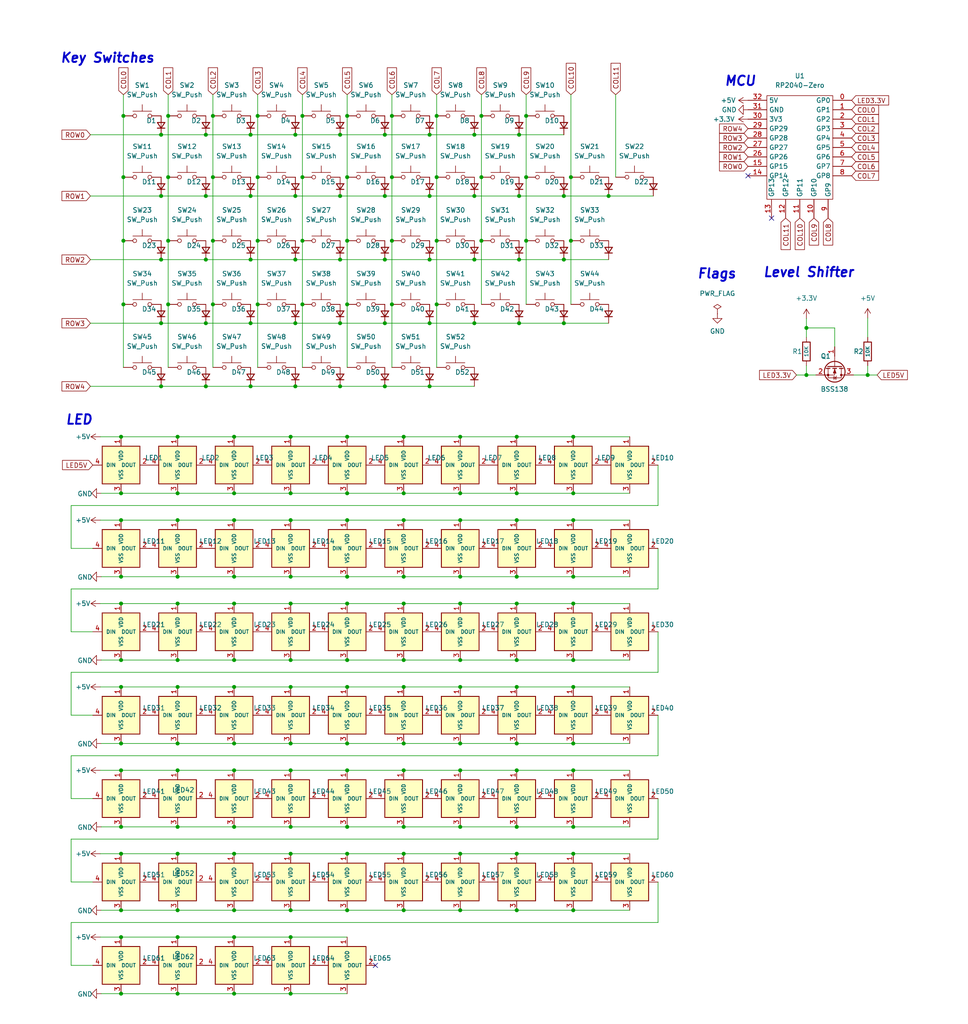
<source format=kicad_sch>
(kicad_sch (version 20211123) (generator eeschema)
  (paper "User" 260.985 275.996)
  (junction (at 141.859 64.897))
  (junction (at 43.434 52.832))
  (junction (at 63.119 222.885))
  (junction (at 152.019 87.122))
  (junction (at 67.564 52.832))
  (junction (at 124.079 177.927))
  (junction (at 93.599 82.042))
  (junction (at 93.599 162.687))
  (junction (at 124.079 230.124))
  (junction (at 115.824 69.977))
  (junction (at 124.079 185.166))
  (junction (at 139.319 155.448))
  (junction (at 127.889 87.122))
  (junction (at 103.759 52.832))
  (junction (at 139.319 140.208))
  (junction (at 78.359 162.687))
  (junction (at 63.119 140.208))
  (junction (at 139.319 185.166))
  (junction (at 93.599 185.166))
  (junction (at 108.839 207.645))
  (junction (at 78.359 230.124))
  (junction (at 32.639 230.124))
  (junction (at 141.859 47.752))
  (junction (at 63.119 267.843))
  (junction (at 103.759 87.122))
  (junction (at 78.359 177.927))
  (junction (at 127.889 36.322))
  (junction (at 32.639 252.603))
  (junction (at 79.629 36.322))
  (junction (at 32.639 162.687))
  (junction (at 32.639 140.208))
  (junction (at 139.319 245.364))
  (junction (at 154.559 245.364))
  (junction (at 139.319 230.124))
  (junction (at 124.079 200.406))
  (junction (at 93.599 132.969))
  (junction (at 47.879 132.969))
  (junction (at 47.879 230.124))
  (junction (at 33.274 31.242))
  (junction (at 93.599 200.406))
  (junction (at 47.879 185.166))
  (junction (at 63.119 200.406))
  (junction (at 93.599 47.752))
  (junction (at 57.404 64.897))
  (junction (at 47.879 117.729))
  (junction (at 152.019 52.832))
  (junction (at 139.319 207.645))
  (junction (at 63.119 185.166))
  (junction (at 78.359 155.448))
  (junction (at 108.839 230.124))
  (junction (at 43.434 36.322))
  (junction (at 32.639 267.843))
  (junction (at 154.559 117.729))
  (junction (at 43.434 104.14))
  (junction (at 33.274 64.897))
  (junction (at 124.079 155.448))
  (junction (at 32.639 222.885))
  (junction (at 154.559 132.969))
  (junction (at 47.879 140.208))
  (junction (at 124.079 132.969))
  (junction (at 57.404 31.242))
  (junction (at 124.079 207.645))
  (junction (at 47.879 222.885))
  (junction (at 127.889 69.977))
  (junction (at 105.664 82.042))
  (junction (at 124.079 222.885))
  (junction (at 93.599 230.124))
  (junction (at 91.694 52.832))
  (junction (at 129.794 64.897))
  (junction (at 154.559 207.645))
  (junction (at 124.079 162.687))
  (junction (at 154.559 140.208))
  (junction (at 108.839 185.166))
  (junction (at 55.499 87.122))
  (junction (at 124.079 245.364))
  (junction (at 233.934 101.092))
  (junction (at 78.359 267.843))
  (junction (at 78.359 207.645))
  (junction (at 139.954 52.832))
  (junction (at 117.729 82.042))
  (junction (at 153.924 64.897))
  (junction (at 79.629 69.977))
  (junction (at 69.469 82.042))
  (junction (at 57.404 82.042))
  (junction (at 47.879 252.603))
  (junction (at 91.694 69.977))
  (junction (at 47.879 245.364))
  (junction (at 43.434 87.122))
  (junction (at 55.499 69.977))
  (junction (at 154.559 230.124))
  (junction (at 103.759 104.14))
  (junction (at 108.839 222.885))
  (junction (at 154.559 200.406))
  (junction (at 32.639 245.364))
  (junction (at 69.469 31.242))
  (junction (at 139.319 200.406))
  (junction (at 139.319 222.885))
  (junction (at 78.359 132.969))
  (junction (at 93.599 140.208))
  (junction (at 63.119 117.729))
  (junction (at 78.359 117.729))
  (junction (at 127.889 52.832))
  (junction (at 115.824 52.832))
  (junction (at 45.339 82.042))
  (junction (at 139.319 132.969))
  (junction (at 139.319 117.729))
  (junction (at 91.694 104.14))
  (junction (at 63.119 245.364))
  (junction (at 108.839 162.687))
  (junction (at 108.839 140.208))
  (junction (at 78.359 200.406))
  (junction (at 78.359 222.885))
  (junction (at 32.639 185.166))
  (junction (at 93.599 207.645))
  (junction (at 103.759 36.322))
  (junction (at 117.729 31.242))
  (junction (at 108.839 177.927))
  (junction (at 105.664 31.242))
  (junction (at 93.599 31.242))
  (junction (at 79.629 87.122))
  (junction (at 63.119 177.927))
  (junction (at 32.639 177.927))
  (junction (at 47.879 267.843))
  (junction (at 67.564 104.14))
  (junction (at 108.839 245.364))
  (junction (at 78.359 140.208))
  (junction (at 93.599 64.897))
  (junction (at 115.824 87.122))
  (junction (at 47.879 162.687))
  (junction (at 81.534 82.042))
  (junction (at 45.339 31.242))
  (junction (at 81.534 64.897))
  (junction (at 63.119 162.687))
  (junction (at 105.664 47.752))
  (junction (at 93.599 177.927))
  (junction (at 79.629 104.14))
  (junction (at 164.084 52.832))
  (junction (at 117.729 64.897))
  (junction (at 105.664 64.897))
  (junction (at 63.119 155.448))
  (junction (at 45.339 64.897))
  (junction (at 63.119 230.124))
  (junction (at 33.274 47.752))
  (junction (at 154.559 222.885))
  (junction (at 217.424 101.092))
  (junction (at 152.019 69.977))
  (junction (at 47.879 177.927))
  (junction (at 32.639 155.448))
  (junction (at 217.424 88.392))
  (junction (at 115.824 104.14))
  (junction (at 108.839 155.448))
  (junction (at 33.274 82.042))
  (junction (at 32.639 200.406))
  (junction (at 57.404 47.752))
  (junction (at 78.359 252.603))
  (junction (at 153.924 47.752))
  (junction (at 139.319 177.927))
  (junction (at 43.434 69.977))
  (junction (at 55.499 52.832))
  (junction (at 141.859 31.242))
  (junction (at 139.954 87.122))
  (junction (at 115.824 36.322))
  (junction (at 78.359 245.364))
  (junction (at 108.839 117.729))
  (junction (at 154.559 155.448))
  (junction (at 93.599 117.729))
  (junction (at 93.599 245.364))
  (junction (at 67.564 87.122))
  (junction (at 103.759 69.977))
  (junction (at 32.639 117.729))
  (junction (at 154.559 162.687))
  (junction (at 154.559 185.166))
  (junction (at 47.879 207.645))
  (junction (at 139.954 36.322))
  (junction (at 91.694 36.322))
  (junction (at 91.694 87.122))
  (junction (at 67.564 69.977))
  (junction (at 154.559 177.927))
  (junction (at 108.839 132.969))
  (junction (at 55.499 36.322))
  (junction (at 139.954 69.977))
  (junction (at 63.119 252.603))
  (junction (at 139.319 162.687))
  (junction (at 79.629 52.832))
  (junction (at 93.599 155.448))
  (junction (at 69.469 64.897))
  (junction (at 69.469 47.752))
  (junction (at 47.879 155.448))
  (junction (at 45.339 47.752))
  (junction (at 108.839 200.406))
  (junction (at 63.119 132.969))
  (junction (at 32.639 207.645))
  (junction (at 63.119 207.645))
  (junction (at 78.359 185.166))
  (junction (at 124.079 140.208))
  (junction (at 124.079 117.729))
  (junction (at 93.599 222.885))
  (junction (at 81.534 31.242))
  (junction (at 47.879 200.406))
  (junction (at 81.534 47.752))
  (junction (at 55.499 104.14))
  (junction (at 32.639 132.969))
  (junction (at 129.794 31.242))
  (junction (at 67.564 36.322))
  (junction (at 117.729 47.752))
  (junction (at 129.794 47.752))
  (no_connect (at 208.026 58.801))
  (no_connect (at 101.219 260.223))
  (no_connect (at 201.676 47.371))
  (wire (pts (xy 32.639 252.603) (xy 47.879 252.603)))
  (wire (pts (xy 129.794 64.897) (xy 129.794 82.042)))
  (wire (pts (xy 129.794 47.752) (xy 129.794 64.897)))
  (wire (pts (xy 154.559 117.729) (xy 169.799 117.729)))
  (wire (pts (xy 141.859 31.242) (xy 141.859 47.752)))
  (wire (pts (xy 43.434 36.322) (xy 55.499 36.322)))
  (wire (pts (xy 32.639 140.208) (xy 47.879 140.208)))
  (wire (pts (xy 78.359 252.603) (xy 93.599 252.603)))
  (wire (pts (xy 67.564 104.14) (xy 79.629 104.14)))
  (wire (pts (xy 32.639 177.927) (xy 47.879 177.927)))
  (wire (pts (xy 154.559 185.166) (xy 169.799 185.166)))
  (wire (pts (xy 47.879 252.603) (xy 63.119 252.603)))
  (wire (pts (xy 93.599 162.687) (xy 108.839 162.687)))
  (wire (pts (xy 105.664 47.752) (xy 105.664 64.897)))
  (wire (pts (xy 19.177 260.223) (xy 19.177 248.666)))
  (wire (pts (xy 55.499 52.832) (xy 67.564 52.832)))
  (wire (pts (xy 154.559 177.927) (xy 169.799 177.927)))
  (wire (pts (xy 91.694 87.122) (xy 103.759 87.122)))
  (wire (pts (xy 153.924 64.897) (xy 153.924 82.042)))
  (wire (pts (xy 154.559 155.448) (xy 169.799 155.448)))
  (wire (pts (xy 139.319 207.645) (xy 154.559 207.645)))
  (wire (pts (xy 233.934 85.725) (xy 233.934 90.932)))
  (wire (pts (xy 165.989 25.527) (xy 165.989 47.752)))
  (wire (pts (xy 124.079 230.124) (xy 139.319 230.124)))
  (wire (pts (xy 108.839 177.927) (xy 124.079 177.927)))
  (wire (pts (xy 177.419 248.666) (xy 19.177 248.666)))
  (wire (pts (xy 217.424 88.392) (xy 225.044 88.392)))
  (wire (pts (xy 93.599 25.527) (xy 93.599 31.242)))
  (wire (pts (xy 57.404 25.527) (xy 57.404 31.242)))
  (wire (pts (xy 47.879 222.885) (xy 63.119 222.885)))
  (wire (pts (xy 177.419 170.307) (xy 177.419 181.229)))
  (wire (pts (xy 154.559 230.124) (xy 169.799 230.124)))
  (wire (pts (xy 93.599 222.885) (xy 108.839 222.885)))
  (wire (pts (xy 139.954 52.832) (xy 152.019 52.832)))
  (wire (pts (xy 33.274 82.042) (xy 33.274 99.06)))
  (wire (pts (xy 19.177 170.307) (xy 25.019 170.307)))
  (wire (pts (xy 32.639 155.448) (xy 47.879 155.448)))
  (wire (pts (xy 217.424 85.852) (xy 217.424 88.392)))
  (wire (pts (xy 108.839 222.885) (xy 124.079 222.885)))
  (wire (pts (xy 27.305 177.927) (xy 32.639 177.927)))
  (wire (pts (xy 19.177 237.744) (xy 19.177 226.187)))
  (wire (pts (xy 47.879 140.208) (xy 63.119 140.208)))
  (wire (pts (xy 93.599 140.208) (xy 108.839 140.208)))
  (wire (pts (xy 27.305 245.364) (xy 32.639 245.364)))
  (wire (pts (xy 108.839 155.448) (xy 124.079 155.448)))
  (wire (pts (xy 47.879 207.645) (xy 63.119 207.645)))
  (wire (pts (xy 24.384 52.832) (xy 43.434 52.832)))
  (wire (pts (xy 43.434 87.122) (xy 55.499 87.122)))
  (wire (pts (xy 78.359 230.124) (xy 93.599 230.124)))
  (wire (pts (xy 67.564 36.322) (xy 79.629 36.322)))
  (wire (pts (xy 124.079 200.406) (xy 139.319 200.406)))
  (wire (pts (xy 108.839 140.208) (xy 124.079 140.208)))
  (wire (pts (xy 55.499 36.322) (xy 67.564 36.322)))
  (wire (pts (xy 19.177 192.786) (xy 25.019 192.786)))
  (wire (pts (xy 108.839 245.364) (xy 124.079 245.364)))
  (wire (pts (xy 24.384 87.122) (xy 43.434 87.122)))
  (wire (pts (xy 108.839 162.687) (xy 124.079 162.687)))
  (wire (pts (xy 117.729 47.752) (xy 117.729 64.897)))
  (wire (pts (xy 33.274 47.752) (xy 33.274 64.897)))
  (wire (pts (xy 115.824 36.322) (xy 127.889 36.322)))
  (wire (pts (xy 124.079 162.687) (xy 139.319 162.687)))
  (wire (pts (xy 27.051 207.645) (xy 32.639 207.645)))
  (wire (pts (xy 27.305 200.406) (xy 32.639 200.406)))
  (wire (pts (xy 139.319 245.364) (xy 154.559 245.364)))
  (wire (pts (xy 47.879 162.687) (xy 63.119 162.687)))
  (wire (pts (xy 177.419 158.75) (xy 19.177 158.75)))
  (wire (pts (xy 154.559 207.645) (xy 169.799 207.645)))
  (wire (pts (xy 78.359 207.645) (xy 93.599 207.645)))
  (wire (pts (xy 32.639 162.687) (xy 47.879 162.687)))
  (wire (pts (xy 93.599 64.897) (xy 93.599 82.042)))
  (wire (pts (xy 177.419 192.786) (xy 177.419 203.708)))
  (wire (pts (xy 79.629 52.832) (xy 91.694 52.832)))
  (wire (pts (xy 32.639 200.406) (xy 47.879 200.406)))
  (wire (pts (xy 78.359 185.166) (xy 93.599 185.166)))
  (wire (pts (xy 103.759 36.322) (xy 115.824 36.322)))
  (wire (pts (xy 164.084 52.832) (xy 176.149 52.832)))
  (wire (pts (xy 69.469 47.752) (xy 69.469 64.897)))
  (wire (pts (xy 81.534 31.242) (xy 81.534 47.752)))
  (wire (pts (xy 47.879 230.124) (xy 63.119 230.124)))
  (wire (pts (xy 19.177 215.265) (xy 25.019 215.265)))
  (wire (pts (xy 177.419 136.271) (xy 19.177 136.271)))
  (wire (pts (xy 19.177 136.271) (xy 19.177 147.828)))
  (wire (pts (xy 141.859 64.897) (xy 141.859 82.042)))
  (wire (pts (xy 78.359 200.406) (xy 93.599 200.406)))
  (wire (pts (xy 47.879 155.448) (xy 63.119 155.448)))
  (wire (pts (xy 127.889 52.832) (xy 139.954 52.832)))
  (wire (pts (xy 91.694 69.977) (xy 103.759 69.977)))
  (wire (pts (xy 19.177 192.786) (xy 19.177 181.229)))
  (wire (pts (xy 124.079 207.645) (xy 139.319 207.645)))
  (wire (pts (xy 78.359 117.729) (xy 93.599 117.729)))
  (wire (pts (xy 47.879 267.843) (xy 63.119 267.843)))
  (wire (pts (xy 63.119 230.124) (xy 78.359 230.124)))
  (wire (pts (xy 91.694 52.832) (xy 103.759 52.832)))
  (wire (pts (xy 139.954 87.122) (xy 152.019 87.122)))
  (wire (pts (xy 115.824 52.832) (xy 127.889 52.832)))
  (wire (pts (xy 19.177 170.307) (xy 19.177 158.75)))
  (wire (pts (xy 32.639 185.166) (xy 47.879 185.166)))
  (wire (pts (xy 115.824 87.122) (xy 127.889 87.122)))
  (wire (pts (xy 124.079 177.927) (xy 139.319 177.927)))
  (wire (pts (xy 127.889 69.977) (xy 139.954 69.977)))
  (wire (pts (xy 67.564 69.977) (xy 79.629 69.977)))
  (wire (pts (xy 177.419 181.229) (xy 19.177 181.229)))
  (wire (pts (xy 230.124 101.092) (xy 233.934 101.092)))
  (wire (pts (xy 139.954 36.322) (xy 152.019 36.322)))
  (wire (pts (xy 63.119 155.448) (xy 78.359 155.448)))
  (wire (pts (xy 141.859 25.527) (xy 141.859 31.242)))
  (wire (pts (xy 78.359 132.969) (xy 93.599 132.969)))
  (wire (pts (xy 93.599 230.124) (xy 108.839 230.124)))
  (wire (pts (xy 214.757 101.092) (xy 217.424 101.092)))
  (wire (pts (xy 153.924 25.527) (xy 153.924 47.752)))
  (wire (pts (xy 78.359 162.687) (xy 93.599 162.687)))
  (wire (pts (xy 63.119 117.729) (xy 78.359 117.729)))
  (wire (pts (xy 63.119 132.969) (xy 78.359 132.969)))
  (wire (pts (xy 63.119 140.208) (xy 78.359 140.208)))
  (wire (pts (xy 27.051 252.603) (xy 32.639 252.603)))
  (wire (pts (xy 79.629 104.14) (xy 91.694 104.14)))
  (wire (pts (xy 177.419 125.349) (xy 177.419 136.271)))
  (wire (pts (xy 177.419 226.187) (xy 19.177 226.187)))
  (wire (pts (xy 233.934 101.092) (xy 236.474 101.092)))
  (wire (pts (xy 103.759 87.122) (xy 115.824 87.122)))
  (wire (pts (xy 124.079 185.166) (xy 139.319 185.166)))
  (wire (pts (xy 63.119 222.885) (xy 78.359 222.885)))
  (wire (pts (xy 33.274 25.527) (xy 33.274 31.242)))
  (wire (pts (xy 63.119 252.603) (xy 78.359 252.603)))
  (wire (pts (xy 154.559 222.885) (xy 169.799 222.885)))
  (wire (pts (xy 139.319 117.729) (xy 154.559 117.729)))
  (wire (pts (xy 93.599 207.645) (xy 108.839 207.645)))
  (wire (pts (xy 55.499 104.14) (xy 67.564 104.14)))
  (wire (pts (xy 43.434 69.977) (xy 55.499 69.977)))
  (wire (pts (xy 91.694 36.322) (xy 103.759 36.322)))
  (wire (pts (xy 47.879 177.927) (xy 63.119 177.927)))
  (wire (pts (xy 177.419 203.708) (xy 19.177 203.708)))
  (wire (pts (xy 43.434 52.832) (xy 55.499 52.832)))
  (wire (pts (xy 93.599 245.364) (xy 108.839 245.364)))
  (wire (pts (xy 63.119 245.364) (xy 78.359 245.364)))
  (wire (pts (xy 93.599 47.752) (xy 93.599 64.897)))
  (wire (pts (xy 33.274 31.242) (xy 33.274 47.752)))
  (wire (pts (xy 153.924 47.752) (xy 153.924 64.897)))
  (wire (pts (xy 69.469 82.042) (xy 69.469 99.06)))
  (wire (pts (xy 141.859 47.752) (xy 141.859 64.897)))
  (wire (pts (xy 225.044 88.392) (xy 225.044 93.472)))
  (wire (pts (xy 93.599 155.448) (xy 108.839 155.448)))
  (wire (pts (xy 124.079 140.208) (xy 139.319 140.208)))
  (wire (pts (xy 177.419 147.828) (xy 177.419 158.75)))
  (wire (pts (xy 79.629 87.122) (xy 91.694 87.122)))
  (wire (pts (xy 27.305 267.843) (xy 32.639 267.843)))
  (wire (pts (xy 124.079 132.969) (xy 139.319 132.969)))
  (wire (pts (xy 177.419 237.744) (xy 177.419 248.666)))
  (wire (pts (xy 129.794 31.242) (xy 129.794 47.752)))
  (wire (pts (xy 78.359 267.843) (xy 93.599 267.843)))
  (wire (pts (xy 139.319 230.124) (xy 154.559 230.124)))
  (wire (pts (xy 78.359 222.885) (xy 93.599 222.885)))
  (wire (pts (xy 139.319 132.969) (xy 154.559 132.969)))
  (wire (pts (xy 24.384 104.14) (xy 43.434 104.14)))
  (wire (pts (xy 154.559 132.969) (xy 169.799 132.969)))
  (wire (pts (xy 127.889 36.322) (xy 139.954 36.322)))
  (wire (pts (xy 139.319 155.448) (xy 154.559 155.448)))
  (wire (pts (xy 63.119 162.687) (xy 78.359 162.687)))
  (wire (pts (xy 139.954 69.977) (xy 152.019 69.977)))
  (wire (pts (xy 139.319 222.885) (xy 154.559 222.885)))
  (wire (pts (xy 57.404 82.042) (xy 57.404 99.06)))
  (wire (pts (xy 67.564 52.832) (xy 79.629 52.832)))
  (wire (pts (xy 32.639 207.645) (xy 47.879 207.645)))
  (wire (pts (xy 47.879 200.406) (xy 63.119 200.406)))
  (wire (pts (xy 154.559 245.364) (xy 169.799 245.364)))
  (wire (pts (xy 19.177 215.265) (xy 19.177 203.708)))
  (wire (pts (xy 33.274 64.897) (xy 33.274 82.042)))
  (wire (pts (xy 124.079 245.364) (xy 139.319 245.364)))
  (wire (pts (xy 63.119 185.166) (xy 78.359 185.166)))
  (wire (pts (xy 108.839 117.729) (xy 124.079 117.729)))
  (wire (pts (xy 47.879 132.969) (xy 63.119 132.969)))
  (wire (pts (xy 115.824 104.14) (xy 127.889 104.14)))
  (wire (pts (xy 69.469 25.527) (xy 69.469 31.242)))
  (wire (pts (xy 79.629 69.977) (xy 91.694 69.977)))
  (wire (pts (xy 78.359 245.364) (xy 93.599 245.364)))
  (wire (pts (xy 19.177 237.744) (xy 25.019 237.744)))
  (wire (pts (xy 24.384 69.977) (xy 43.434 69.977)))
  (wire (pts (xy 217.424 101.092) (xy 219.964 101.092)))
  (wire (pts (xy 24.384 36.322) (xy 43.434 36.322)))
  (wire (pts (xy 78.359 177.927) (xy 93.599 177.927)))
  (wire (pts (xy 152.019 87.122) (xy 164.084 87.122)))
  (wire (pts (xy 177.419 215.265) (xy 177.419 226.187)))
  (wire (pts (xy 81.534 64.897) (xy 81.534 82.042)))
  (wire (pts (xy 108.839 200.406) (xy 124.079 200.406)))
  (wire (pts (xy 45.339 25.527) (xy 45.339 31.242)))
  (wire (pts (xy 45.339 31.242) (xy 45.339 47.752)))
  (wire (pts (xy 93.599 117.729) (xy 108.839 117.729)))
  (wire (pts (xy 69.469 31.242) (xy 69.469 47.752)))
  (wire (pts (xy 139.319 185.166) (xy 154.559 185.166)))
  (wire (pts (xy 45.339 47.752) (xy 45.339 64.897)))
  (wire (pts (xy 32.639 267.843) (xy 47.879 267.843)))
  (wire (pts (xy 57.404 64.897) (xy 57.404 82.042)))
  (wire (pts (xy 43.434 104.14) (xy 55.499 104.14)))
  (wire (pts (xy 105.664 82.042) (xy 105.664 99.06)))
  (wire (pts (xy 117.729 31.242) (xy 117.729 47.752)))
  (wire (pts (xy 47.879 185.166) (xy 63.119 185.166)))
  (wire (pts (xy 63.119 267.843) (xy 78.359 267.843)))
  (wire (pts (xy 27.305 132.969) (xy 32.639 132.969)))
  (wire (pts (xy 152.019 69.977) (xy 164.084 69.977)))
  (wire (pts (xy 32.639 245.364) (xy 47.879 245.364)))
  (wire (pts (xy 108.839 230.124) (xy 124.079 230.124)))
  (wire (pts (xy 69.469 64.897) (xy 69.469 82.042)))
  (wire (pts (xy 47.879 245.364) (xy 63.119 245.364)))
  (wire (pts (xy 63.119 207.645) (xy 78.359 207.645)))
  (wire (pts (xy 81.534 25.527) (xy 81.534 31.242)))
  (wire (pts (xy 103.759 52.832) (xy 115.824 52.832)))
  (wire (pts (xy 154.559 162.687) (xy 169.799 162.687)))
  (wire (pts (xy 108.839 185.166) (xy 124.079 185.166)))
  (wire (pts (xy 93.599 82.042) (xy 93.599 99.06)))
  (wire (pts (xy 217.424 90.932) (xy 217.424 88.392)))
  (wire (pts (xy 129.794 25.527) (xy 129.794 31.242)))
  (wire (pts (xy 78.359 140.208) (xy 93.599 140.208)))
  (wire (pts (xy 105.664 64.897) (xy 105.664 82.042)))
  (wire (pts (xy 124.079 155.448) (xy 139.319 155.448)))
  (wire (pts (xy 67.564 87.122) (xy 79.629 87.122)))
  (wire (pts (xy 27.051 185.166) (xy 32.639 185.166)))
  (wire (pts (xy 63.119 177.927) (xy 78.359 177.927)))
  (wire (pts (xy 81.534 47.752) (xy 81.534 64.897)))
  (wire (pts (xy 57.404 47.752) (xy 57.404 64.897)))
  (wire (pts (xy 93.599 185.166) (xy 108.839 185.166)))
  (wire (pts (xy 27.051 140.208) (xy 32.639 140.208)))
  (wire (pts (xy 154.559 200.406) (xy 169.799 200.406)))
  (wire (pts (xy 154.559 140.208) (xy 169.799 140.208)))
  (wire (pts (xy 108.839 207.645) (xy 124.079 207.645)))
  (wire (pts (xy 32.639 230.124) (xy 47.879 230.124)))
  (wire (pts (xy 233.934 98.552) (xy 233.934 101.092)))
  (wire (pts (xy 27.305 155.448) (xy 32.639 155.448)))
  (wire (pts (xy 78.359 155.448) (xy 93.599 155.448)))
  (wire (pts (xy 93.599 31.242) (xy 93.599 47.752)))
  (wire (pts (xy 79.629 36.322) (xy 91.694 36.322)))
  (wire (pts (xy 117.729 82.042) (xy 117.729 99.06)))
  (wire (pts (xy 91.694 104.14) (xy 103.759 104.14)))
  (wire (pts (xy 19.177 260.223) (xy 25.019 260.223)))
  (wire (pts (xy 45.339 82.042) (xy 45.339 99.06)))
  (wire (pts (xy 124.079 117.729) (xy 139.319 117.729)))
  (wire (pts (xy 55.499 69.977) (xy 67.564 69.977)))
  (wire (pts (xy 127.889 87.122) (xy 139.954 87.122)))
  (wire (pts (xy 27.051 117.729) (xy 32.639 117.729)))
  (wire (pts (xy 117.729 64.897) (xy 117.729 82.042)))
  (wire (pts (xy 32.639 222.885) (xy 47.879 222.885)))
  (wire (pts (xy 108.839 132.969) (xy 124.079 132.969)))
  (wire (pts (xy 93.599 132.969) (xy 108.839 132.969)))
  (wire (pts (xy 103.759 104.14) (xy 115.824 104.14)))
  (wire (pts (xy 57.404 31.242) (xy 57.404 47.752)))
  (wire (pts (xy 117.729 25.527) (xy 117.729 31.242)))
  (wire (pts (xy 27.051 162.687) (xy 32.639 162.687)))
  (wire (pts (xy 139.319 162.687) (xy 154.559 162.687)))
  (wire (pts (xy 63.119 200.406) (xy 78.359 200.406)))
  (wire (pts (xy 217.424 98.552) (xy 217.424 101.092)))
  (wire (pts (xy 139.319 140.208) (xy 154.559 140.208)))
  (wire (pts (xy 115.824 69.977) (xy 127.889 69.977)))
  (wire (pts (xy 45.339 64.897) (xy 45.339 82.042)))
  (wire (pts (xy 124.079 222.885) (xy 139.319 222.885)))
  (wire (pts (xy 32.639 117.729) (xy 47.879 117.729)))
  (wire (pts (xy 105.664 31.242) (xy 105.664 47.752)))
  (wire (pts (xy 32.639 132.969) (xy 47.879 132.969)))
  (wire (pts (xy 139.319 200.406) (xy 154.559 200.406)))
  (wire (pts (xy 93.599 177.927) (xy 108.839 177.927)))
  (wire (pts (xy 105.664 25.527) (xy 105.664 31.242)))
  (wire (pts (xy 139.319 177.927) (xy 154.559 177.927)))
  (wire (pts (xy 47.879 117.729) (xy 63.119 117.729)))
  (wire (pts (xy 81.534 82.042) (xy 81.534 99.06)))
  (wire (pts (xy 19.177 147.828) (xy 25.019 147.828)))
  (wire (pts (xy 93.599 200.406) (xy 108.839 200.406)))
  (wire (pts (xy 55.499 87.122) (xy 67.564 87.122)))
  (wire (pts (xy 27.051 230.124) (xy 32.639 230.124)))
  (wire (pts (xy 152.019 52.832) (xy 164.084 52.832)))
  (wire (pts (xy 27.305 222.885) (xy 32.639 222.885)))
  (wire (pts (xy 103.759 69.977) (xy 115.824 69.977)))
  (text "Level Shifter" (at 205.613 75.057 0) (effects (font (size 2.54 2.54) (thickness 0.508) bold italic) (justify left bottom)))
  (text "LED" (at 17.526 114.808 0) (effects (font (size 2.54 2.54) (thickness 0.508) bold italic) (justify left bottom)))
  (text "Flags" (at 187.833 75.438 0) (effects (font (size 2.54 2.54) (thickness 0.508) bold italic) (justify left bottom)))
  (text "MCU" (at 195.199 23.495 0) (effects (font (size 2.54 2.54) (thickness 0.508) bold italic) (justify left bottom)))
  (text "Key Switches" (at 16.129 17.272 0) (effects (font (size 2.54 2.54) (thickness 0.508) bold italic) (justify left bottom)))
  (global_label "ROW4" (shape input) (at 24.384 104.14 180) (property "Intersheet References" "${INTERSHEET_REFS}" (effects hide)))
  (global_label "ROW3" (shape input) (at 201.676 37.211 180) (property "Intersheet References" "${INTERSHEET_REFS}" (effects hide)))
  (global_label "ROW1" (shape input) (at 201.676 42.291 180) (property "Intersheet References" "${INTERSHEET_REFS}" (effects hide)))
  (global_label "COL3" (shape input) (at 69.469 25.527 90) (property "Intersheet References" "${INTERSHEET_REFS}" (effects hide)))
  (global_label "ROW2" (shape input) (at 201.676 39.751 180) (property "Intersheet References" "${INTERSHEET_REFS}" (effects hide)))
  (global_label "COL10" (shape input) (at 215.646 58.801 270) (property "Intersheet References" "${INTERSHEET_REFS}" (effects hide)))
  (global_label "COL9" (shape input) (at 219.456 58.801 270) (property "Intersheet References" "${INTERSHEET_REFS}" (effects hide)))
  (global_label "ROW0" (shape input) (at 201.676 44.831 180) (property "Intersheet References" "${INTERSHEET_REFS}" (effects hide)))
  (global_label "COL2" (shape input) (at 229.616 34.671 0) (property "Intersheet References" "${INTERSHEET_REFS}" (effects hide)))
  (global_label "LED5V" (shape input) (at 25.019 125.349 180) (property "シート間のリファレンス" "${INTERSHEET_REFS}" (effects hide)))
  (global_label "COL10" (shape input) (at 153.924 25.527 90) (property "Intersheet References" "${INTERSHEET_REFS}" (effects hide)))
  (global_label "LED3.3V" (shape input) (at 229.616 27.051 0) (property "シート間のリファレンス" "${INTERSHEET_REFS}" (effects hide)))
  (global_label "COL0" (shape input) (at 229.616 29.591 0) (property "Intersheet References" "${INTERSHEET_REFS}" (effects hide)))
  (global_label "LED3.3V" (shape input) (at 214.757 101.092 180) (property "シート間のリファレンス" "${INTERSHEET_REFS}" (effects hide)))
  (global_label "ROW1" (shape input) (at 24.384 52.832 180) (property "Intersheet References" "${INTERSHEET_REFS}" (effects hide)))
  (global_label "COL1" (shape input) (at 229.616 32.131 0) (property "Intersheet References" "${INTERSHEET_REFS}" (effects hide)))
  (global_label "COL4" (shape input) (at 229.616 39.751 0) (property "Intersheet References" "${INTERSHEET_REFS}" (effects hide)))
  (global_label "COL4" (shape input) (at 81.534 25.527 90) (property "Intersheet References" "${INTERSHEET_REFS}" (effects hide)))
  (global_label "COL5" (shape input) (at 93.599 25.527 90) (property "Intersheet References" "${INTERSHEET_REFS}" (effects hide)))
  (global_label "LED5V" (shape input) (at 236.474 101.092 0) (property "シート間のリファレンス" "${INTERSHEET_REFS}" (effects hide)))
  (global_label "COL2" (shape input) (at 57.404 25.527 90) (property "Intersheet References" "${INTERSHEET_REFS}" (effects hide)))
  (global_label "COL8" (shape input) (at 223.266 58.801 270) (property "Intersheet References" "${INTERSHEET_REFS}" (effects hide)))
  (global_label "COL0" (shape input) (at 33.274 25.527 90) (property "Intersheet References" "${INTERSHEET_REFS}" (effects hide)))
  (global_label "COL11" (shape input) (at 165.989 25.527 90) (property "Intersheet References" "${INTERSHEET_REFS}" (effects hide)))
  (global_label "COL8" (shape input) (at 129.794 25.527 90) (property "Intersheet References" "${INTERSHEET_REFS}" (effects hide)))
  (global_label "ROW0" (shape input) (at 24.384 36.322 180) (property "Intersheet References" "${INTERSHEET_REFS}" (effects hide)))
  (global_label "COL5" (shape input) (at 229.616 42.291 0) (property "Intersheet References" "${INTERSHEET_REFS}" (effects hide)))
  (global_label "COL6" (shape input) (at 105.664 25.527 90) (property "Intersheet References" "${INTERSHEET_REFS}" (effects hide)))
  (global_label "COL6" (shape input) (at 229.616 44.831 0) (property "Intersheet References" "${INTERSHEET_REFS}" (effects hide)))
  (global_label "ROW4" (shape input) (at 201.676 34.671 180) (property "Intersheet References" "${INTERSHEET_REFS}" (effects hide)))
  (global_label "COL9" (shape input) (at 141.859 25.527 90) (property "Intersheet References" "${INTERSHEET_REFS}" (effects hide)))
  (global_label "COL3" (shape input) (at 229.616 37.211 0) (property "Intersheet References" "${INTERSHEET_REFS}" (effects hide)))
  (global_label "ROW2" (shape input) (at 24.384 69.977 180) (property "Intersheet References" "${INTERSHEET_REFS}" (effects hide)))
  (global_label "COL7" (shape input) (at 117.729 25.527 90) (property "Intersheet References" "${INTERSHEET_REFS}" (effects hide)))
  (global_label "COL11" (shape input) (at 211.836 58.801 270) (property "Intersheet References" "${INTERSHEET_REFS}" (effects hide)))
  (global_label "COL7" (shape input) (at 229.616 47.371 0) (property "Intersheet References" "${INTERSHEET_REFS}" (effects hide)))
  (global_label "ROW3" (shape input) (at 24.384 87.122 180) (property "Intersheet References" "${INTERSHEET_REFS}" (effects hide)))
  (global_label "COL1" (shape input) (at 45.339 25.527 90) (property "Intersheet References" "${INTERSHEET_REFS}" (effects hide)))
  (symbol (lib_id "Noraneko:SK6812MINI-E") (at 47.879 147.828 0) (unit 1)
    (property "Reference" "LED12" (at 56.769 145.8836 0))
    (property "Value" "SK6812MINI-E" (effects hide))
    (property "Footprint" "Noraneko:SK6812MINI-E" (effects hide))
  )
  (symbol (lib_id "Device:D_Small") (at 127.889 84.582 90) (unit 1)
    (property "Reference" "D41" (at 126.619 83.312 90) (effects (justify left)))
    (property "Value" "D" (effects hide))
    (property "Footprint" "Noraneko:1N4148W" (effects hide))
    (property "LCSC" "C81598" (effects hide))
  )
  (symbol (lib_id "Device:D_Small") (at 43.434 84.582 90) (unit 1)
    (property "Reference" "D34" (at 42.164 83.312 90) (effects (justify left)))
    (property "Value" "D" (effects hide))
    (property "Footprint" "Noraneko:1N4148W" (effects hide))
    (property "LCSC" "C81598" (effects hide))
  )
  (symbol (lib_id "Noraneko:SK6812MINI-E") (at 32.639 260.223 0) (unit 1)
    (property "Reference" "LED61" (at 41.529 258.2786 0))
    (property "Value" "SK6812MINI-E" (effects hide))
    (property "Footprint" "LED_SMD:LED_WS2812B_PLCC4_5.0x5.0mm_P3.2mm" (effects hide))
    (property "LCSC" "C2843785" (effects hide))
  )
  (symbol (lib_id "Switch:SW_Push") (at 50.419 82.042 0) (unit 1)
    (property "Reference" "SW35" (at 50.419 73.787 0))
    (property "Value" "SW_Push" (at 50.419 76.327 0))
    (property "Footprint" "Noraneko:MX_Socket" (effects hide))
  )
  (symbol (lib_id "Switch:SW_Push") (at 74.549 64.897 0) (unit 1)
    (property "Reference" "SW26" (at 74.549 56.642 0))
    (property "Value" "SW_Push" (at 74.549 59.182 0))
    (property "Footprint" "Noraneko:MX_Socket" (effects hide))
  )
  (symbol (lib_id "Noraneko:SK6812MINI-E") (at 78.359 215.265 0) (unit 1)
    (property "Reference" "LED44" (at 87.249 213.3206 0))
    (property "Value" "SK6812MINI-E" (effects hide))
    (property "Footprint" "Noraneko:SK6812MINI-E" (effects hide))
  )
  (symbol (lib_id "power:+5V") (at 27.051 207.645 90) (unit 1)
    (property "Reference" "#PWR015" (effects hide))
    (property "Value" "+5V" (at 20.32 207.645 90) (effects (justify right)))
  )
  (symbol (lib_id "Switch:SW_Push") (at 50.419 47.752 0) (unit 1)
    (property "Reference" "SW12" (at 50.419 39.497 0))
    (property "Value" "SW_Push" (at 50.419 42.037 0))
    (property "Footprint" "Noraneko:MX_Socket" (effects hide))
  )
  (symbol (lib_id "Noraneko:SK6812MINI-E") (at 47.879 125.349 0) (unit 1)
    (property "Reference" "LED2" (at 56.769 123.4046 0))
    (property "Value" "SK6812MINI-E" (effects hide))
    (property "Footprint" "Noraneko:SK6812MINI-E" (effects hide))
  )
  (symbol (lib_id "power:GND") (at 27.305 245.364 270) (unit 1)
    (property "Reference" "#PWR018" (effects hide))
    (property "Value" "GND" (at 22.9108 245.491 90))
  )
  (symbol (lib_id "Switch:SW_Push") (at 122.809 64.897 0) (unit 1)
    (property "Reference" "SW30" (at 122.809 56.642 0))
    (property "Value" "SW_Push" (at 122.809 59.182 0))
    (property "Footprint" "Noraneko:MX_Socket" (effects hide))
  )
  (symbol (lib_id "Noraneko:SK6812MINI-E") (at 108.839 192.786 0) (unit 1)
    (property "Reference" "LED36" (at 117.729 190.8416 0))
    (property "Value" "SK6812MINI-E" (effects hide))
    (property "Footprint" "Noraneko:SK6812MINI-E" (effects hide))
  )
  (symbol (lib_id "power:+5V") (at 233.934 85.725 0) (unit 1)
    (property "Reference" "#PWR05" (effects hide))
    (property "Value" "+5V" (at 233.934 80.391 0))
  )
  (symbol (lib_id "Noraneko:SK6812MINI-E") (at 78.359 125.349 0) (unit 1)
    (property "Reference" "LED4" (at 87.249 123.4046 0))
    (property "Value" "SK6812MINI-E" (effects hide))
    (property "Footprint" "Noraneko:SK6812MINI-E" (effects hide))
  )
  (symbol (lib_id "Noraneko:SK6812MINI-E") (at 124.079 147.828 0) (unit 1)
    (property "Reference" "LED17" (at 132.969 145.8836 0))
    (property "Value" "SK6812MINI-E" (effects hide))
    (property "Footprint" "Noraneko:SK6812MINI-E" (effects hide))
  )
  (symbol (lib_id "power:GND") (at 201.676 29.591 270) (unit 1)
    (property "Reference" "#PWR02" (effects hide))
    (property "Value" "GND" (at 196.596 29.591 90))
  )
  (symbol (lib_id "Noraneko:SK6812MINI-E") (at 93.599 192.786 0) (unit 1)
    (property "Reference" "LED35" (at 102.489 190.8416 0))
    (property "Value" "SK6812MINI-E" (effects hide))
    (property "Footprint" "Noraneko:SK6812MINI-E" (effects hide))
  )
  (symbol (lib_id "Noraneko:SK6812MINI-E") (at 169.799 192.786 0) (unit 1)
    (property "Reference" "LED40" (at 178.689 190.8416 0))
    (property "Value" "SK6812MINI-E" (effects hide))
    (property "Footprint" "Noraneko:SK6812MINI-E" (effects hide))
  )
  (symbol (lib_id "power:GND") (at 27.305 132.969 270) (unit 1)
    (property "Reference" "#PWR08" (effects hide))
    (property "Value" "GND" (at 22.9108 133.096 90))
  )
  (symbol (lib_id "Device:D_Small") (at 152.019 84.582 90) (unit 1)
    (property "Reference" "D43" (at 150.749 83.312 90) (effects (justify left)))
    (property "Value" "D" (effects hide))
    (property "Footprint" "Noraneko:1N4148W" (effects hide))
    (property "LCSC" "C81598" (effects hide))
  )
  (symbol (lib_id "Switch:SW_Push") (at 50.419 64.897 0) (unit 1)
    (property "Reference" "SW24" (at 50.419 56.642 0))
    (property "Value" "SW_Push" (at 50.419 59.182 0))
    (property "Footprint" "Noraneko:MX_Socket" (effects hide))
  )
  (symbol (lib_id "Noraneko:SK6812MINI-E") (at 93.599 170.307 0) (unit 1)
    (property "Reference" "LED25" (at 102.489 168.3626 0))
    (property "Value" "SK6812MINI-E" (effects hide))
    (property "Footprint" "Noraneko:SK6812MINI-E" (effects hide))
  )
  (symbol (lib_id "Switch:SW_Push") (at 98.679 99.06 0) (unit 1)
    (property "Reference" "SW50" (at 98.679 90.805 0))
    (property "Value" "SW_Push" (at 98.679 93.345 0))
    (property "Footprint" "Noraneko:MX_Socket" (effects hide))
  )
  (symbol (lib_id "Switch:SW_Push") (at 38.354 47.752 0) (unit 1)
    (property "Reference" "SW11" (at 38.354 39.497 0))
    (property "Value" "SW_Push" (at 38.354 42.037 0))
    (property "Footprint" "Noraneko:MX_Socket" (effects hide))
  )
  (symbol (lib_id "Noraneko:SK6812MINI-E") (at 78.359 192.786 0) (unit 1)
    (property "Reference" "LED34" (at 87.249 190.8416 0))
    (property "Value" "SK6812MINI-E" (effects hide))
    (property "Footprint" "Noraneko:SK6812MINI-E" (effects hide))
  )
  (symbol (lib_id "Switch:SW_Push") (at 146.939 82.042 0) (unit 1)
    (property "Reference" "SW43" (at 146.939 73.787 0))
    (property "Value" "SW_Push" (at 146.939 76.327 0))
    (property "Footprint" "Noraneko:MX_Socket" (effects hide))
  )
  (symbol (lib_id "Noraneko:SK6812MINI-E") (at 63.119 192.786 0) (unit 1)
    (property "Reference" "LED33" (at 71.374 190.8416 0))
    (property "Value" "SK6812MINI-E" (effects hide))
    (property "Footprint" "Noraneko:SK6812MINI-E" (effects hide))
  )
  (symbol (lib_id "Switch:SW_Push") (at 134.874 31.242 0) (unit 1)
    (property "Reference" "SW9" (at 134.874 22.987 0))
    (property "Value" "SW_Push" (at 134.874 25.527 0))
    (property "Footprint" "Noraneko:MX_Socket" (effects hide))
  )
  (symbol (lib_id "Device:D_Small") (at 152.019 33.782 90) (unit 1)
    (property "Reference" "D10" (at 150.749 32.512 90) (effects (justify left)))
    (property "Value" "D" (effects hide))
    (property "Footprint" "Noraneko:1N4148W" (effects hide))
    (property "LCSC" "C81598" (effects hide))
  )
  (symbol (lib_id "power:GND") (at 27.305 177.927 270) (unit 1)
    (property "Reference" "#PWR012" (effects hide))
    (property "Value" "GND" (at 22.9108 178.054 90))
  )
  (symbol (lib_id "Device:D_Small") (at 103.759 101.6 90) (unit 1)
    (property "Reference" "D50" (at 102.489 100.33 90) (effects (justify left)))
    (property "Value" "D" (effects hide))
    (property "Footprint" "Noraneko:1N4148W" (effects hide))
    (property "LCSC" "C81598" (effects hide))
  )
  (symbol (lib_id "Noraneko:SK6812MINI-E") (at 63.119 237.744 0) (unit 1)
    (property "Reference" "LED53" (at 71.374 235.7996 0))
    (property "Value" "SK6812MINI-E" (effects hide))
    (property "Footprint" "LED_SMD:LED_WS2812B_PLCC4_5.0x5.0mm_P3.2mm" (effects hide))
    (property "LCSC" "C2843785" (effects hide))
  )
  (symbol (lib_id "Noraneko:SK6812MINI-E") (at 93.599 125.349 0) (unit 1)
    (property "Reference" "LED5" (at 102.489 123.4046 0))
    (property "Value" "SK6812MINI-E" (effects hide))
    (property "Footprint" "Noraneko:SK6812MINI-E" (effects hide))
  )
  (symbol (lib_id "power:+3.3V") (at 217.424 85.852 0) (unit 1)
    (property "Reference" "#PWR06" (effects hide))
    (property "Value" "+3.3V" (at 217.424 80.391 0))
  )
  (symbol (lib_id "Switch:SW_Push") (at 86.614 47.752 0) (unit 1)
    (property "Reference" "SW15" (at 86.614 39.497 0))
    (property "Value" "SW_Push" (at 86.614 42.037 0))
    (property "Footprint" "Noraneko:MX_Socket" (effects hide))
  )
  (symbol (lib_id "Noraneko:SK6812MINI-E") (at 47.879 192.786 0) (unit 1)
    (property "Reference" "LED32" (at 56.769 190.8416 0))
    (property "Value" "SK6812MINI-E" (effects hide))
    (property "Footprint" "Noraneko:SK6812MINI-E" (effects hide))
  )
  (symbol (lib_id "Device:D_Small") (at 43.434 50.292 90) (unit 1)
    (property "Reference" "D11" (at 42.164 49.022 90) (effects (justify left)))
    (property "Value" "D" (effects hide))
    (property "Footprint" "Noraneko:1N4148W" (effects hide))
    (property "LCSC" "C81598" (effects hide))
  )
  (symbol (lib_id "Noraneko:SK6812MINI-E") (at 154.559 147.828 0) (unit 1)
    (property "Reference" "LED19" (at 163.449 145.8836 0))
    (property "Value" "SK6812MINI-E" (effects hide))
    (property "Footprint" "Noraneko:SK6812MINI-E" (effects hide))
  )
  (symbol (lib_id "Device:D_Small") (at 67.564 67.437 90) (unit 1)
    (property "Reference" "D25" (at 66.294 66.167 90) (effects (justify left)))
    (property "Value" "D" (effects hide))
    (property "Footprint" "Noraneko:1N4148W" (effects hide))
    (property "LCSC" "C81598" (effects hide))
  )
  (symbol (lib_id "Noraneko:SK6812MINI-E") (at 154.559 192.786 0) (unit 1)
    (property "Reference" "LED39" (at 163.449 190.8416 0))
    (property "Value" "SK6812MINI-E" (effects hide))
    (property "Footprint" "Noraneko:SK6812MINI-E" (effects hide))
  )
  (symbol (lib_id "Noraneko:SK6812MINI-E") (at 139.319 125.349 0) (unit 1)
    (property "Reference" "LED8" (at 147.574 123.4046 0))
    (property "Value" "SK6812MINI-E" (effects hide))
    (property "Footprint" "Noraneko:SK6812MINI-E" (effects hide))
  )
  (symbol (lib_id "Switch:SW_Push") (at 86.614 64.897 0) (unit 1)
    (property "Reference" "SW27" (at 86.614 56.642 0))
    (property "Value" "SW_Push" (at 86.614 59.182 0))
    (property "Footprint" "Noraneko:MX_Socket" (effects hide))
  )
  (symbol (lib_id "Noraneko:SK6812MINI-E") (at 47.879 170.307 0) (unit 1)
    (property "Reference" "LED22" (at 56.769 168.3626 0))
    (property "Value" "SK6812MINI-E" (effects hide))
    (property "Footprint" "Noraneko:SK6812MINI-E" (effects hide))
  )
  (symbol (lib_id "Noraneko:SK6812MINI-E") (at 124.079 170.307 0) (unit 1)
    (property "Reference" "LED27" (at 132.969 168.3626 0))
    (property "Value" "SK6812MINI-E" (effects hide))
    (property "Footprint" "Noraneko:SK6812MINI-E" (effects hide))
  )
  (symbol (lib_id "Switch:SW_Push") (at 146.939 64.897 0) (unit 1)
    (property "Reference" "SW32" (at 146.939 56.642 0))
    (property "Value" "SW_Push" (at 146.939 59.182 0))
    (property "Footprint" "Noraneko:MX_Socket" (effects hide))
  )
  (symbol (lib_id "Switch:SW_Push") (at 110.744 64.897 0) (unit 1)
    (property "Reference" "SW29" (at 110.744 56.642 0))
    (property "Value" "SW_Push" (at 110.744 59.182 0))
    (property "Footprint" "Noraneko:MX_Socket" (effects hide))
  )
  (symbol (lib_id "power:GND") (at 27.305 155.448 270) (unit 1)
    (property "Reference" "#PWR010" (effects hide))
    (property "Value" "GND" (at 22.9108 155.575 90))
  )
  (symbol (lib_id "Noraneko:SK6812MINI-E") (at 78.359 170.307 0) (unit 1)
    (property "Reference" "LED24" (at 87.249 168.3626 0))
    (property "Value" "SK6812MINI-E" (effects hide))
    (property "Footprint" "Noraneko:SK6812MINI-E" (effects hide))
  )
  (symbol (lib_id "Noraneko:SK6812MINI-E") (at 93.599 215.265 0) (unit 1)
    (property "Reference" "LED45" (at 102.489 213.3206 0))
    (property "Value" "SK6812MINI-E" (effects hide))
    (property "Footprint" "Noraneko:SK6812MINI-E" (effects hide))
  )
  (symbol (lib_id "Switch:SW_Push") (at 62.484 82.042 0) (unit 1)
    (property "Reference" "SW36" (at 62.484 73.787 0))
    (property "Value" "SW_Push" (at 62.484 76.327 0))
    (property "Footprint" "Noraneko:MX_Socket" (effects hide))
  )
  (symbol (lib_id "Noraneko:SK6812MINI-E") (at 108.839 125.349 0) (unit 1)
    (property "Reference" "LED6" (at 117.729 123.4046 0))
    (property "Value" "SK6812MINI-E" (effects hide))
    (property "Footprint" "Noraneko:SK6812MINI-E" (effects hide))
  )
  (symbol (lib_id "Noraneko:RP2040-Zero") (at 215.646 20.701 0) (unit 1)
    (property "Reference" "U1" (at 215.646 20.447 0))
    (property "Value" "RP2040-Zero" (at 215.646 22.987 0))
    (property "Footprint" "Noraneko:RP2040-Zero-THT" (effects hide))
  )
  (symbol (lib_id "Switch:SW_Push") (at 74.549 47.752 0) (unit 1)
    (property "Reference" "SW14" (at 74.549 39.497 0))
    (property "Value" "SW_Push" (at 74.549 42.037 0))
    (property "Footprint" "Noraneko:MX_Socket" (effects hide))
  )
  (symbol (lib_id "Noraneko:SK6812MINI-E") (at 108.839 170.307 0) (unit 1)
    (property "Reference" "LED26" (at 117.729 168.3626 0))
    (property "Value" "SK6812MINI-E" (effects hide))
    (property "Footprint" "Noraneko:SK6812MINI-E" (effects hide))
  )
  (symbol (lib_id "Device:D_Small") (at 67.564 33.782 90) (unit 1)
    (property "Reference" "D3" (at 66.294 32.512 90) (effects (justify left)))
    (property "Value" "D" (effects hide))
    (property "Footprint" "Noraneko:1N4148W" (effects hide))
    (property "LCSC" "C81598" (effects hide))
  )
  (symbol (lib_id "Noraneko:SK6812MINI-E") (at 108.839 147.828 0) (unit 1)
    (property "Reference" "LED16" (at 117.729 145.8836 0))
    (property "Value" "SK6812MINI-E" (effects hide))
    (property "Footprint" "Noraneko:SK6812MINI-E" (effects hide))
  )
  (symbol (lib_id "Switch:SW_Push") (at 62.484 64.897 0) (unit 1)
    (property "Reference" "SW25" (at 62.484 56.642 0))
    (property "Value" "SW_Push" (at 62.484 59.182 0))
    (property "Footprint" "Noraneko:MX_Socket" (effects hide))
  )
  (symbol (lib_id "Switch:SW_Push") (at 134.874 47.752 0) (unit 1)
    (property "Reference" "SW19" (at 134.874 39.497 0))
    (property "Value" "SW_Push" (at 134.874 42.037 0))
    (property "Footprint" "Noraneko:MX_Socket" (effects hide))
  )
  (symbol (lib_id "Device:D_Small") (at 67.564 101.6 90) (unit 1)
    (property "Reference" "D47" (at 66.294 100.33 90) (effects (justify left)))
    (property "Value" "D" (effects hide))
    (property "Footprint" "Noraneko:1N4148W" (effects hide))
    (property "LCSC" "C81598" (effects hide))
  )
  (symbol (lib_id "Device:D_Small") (at 115.824 101.6 90) (unit 1)
    (property "Reference" "D51" (at 114.554 100.33 90) (effects (justify left)))
    (property "Value" "D" (effects hide))
    (property "Footprint" "Noraneko:1N4148W" (effects hide))
    (property "LCSC" "C81598" (effects hide))
  )
  (symbol (lib_id "Noraneko:SK6812MINI-E") (at 154.559 237.744 0) (unit 1)
    (property "Reference" "LED59" (at 163.449 235.7996 0))
    (property "Value" "SK6812MINI-E" (effects hide))
    (property "Footprint" "LED_SMD:LED_WS2812B_PLCC4_5.0x5.0mm_P3.2mm" (effects hide))
    (property "LCSC" "C2843785" (effects hide))
  )
  (symbol (lib_id "Switch:SW_Push") (at 98.679 31.242 0) (unit 1)
    (property "Reference" "SW6" (at 98.679 22.987 0))
    (property "Value" "SW_Push" (at 98.679 25.527 0))
    (property "Footprint" "Noraneko:MX_Socket" (effects hide))
  )
  (symbol (lib_id "Switch:SW_Push") (at 122.809 82.042 0) (unit 1)
    (property "Reference" "SW41" (at 122.809 73.787 0))
    (property "Value" "SW_Push" (at 122.809 76.327 0))
    (property "Footprint" "Noraneko:MX_Socket" (effects hide))
  )
  (symbol (lib_id "Noraneko:SK6812MINI-E") (at 154.559 215.265 0) (unit 1)
    (property "Reference" "LED49" (at 163.449 213.3206 0))
    (property "Value" "SK6812MINI-E" (effects hide))
    (property "Footprint" "Noraneko:SK6812MINI-E" (effects hide))
  )
  (symbol (lib_id "Switch:SW_Push") (at 74.549 82.042 0) (unit 1)
    (property "Reference" "SW37" (at 74.549 73.787 0))
    (property "Value" "SW_Push" (at 74.549 76.327 0))
    (property "Footprint" "Noraneko:MX_Socket" (effects hide))
  )
  (symbol (lib_id "Device:D_Small") (at 43.434 101.6 90) (unit 1)
    (property "Reference" "D45" (at 42.164 100.33 90) (effects (justify left)))
    (property "Value" "D" (effects hide))
    (property "Footprint" "Noraneko:1N4148W" (effects hide))
    (property "LCSC" "C81598" (effects hide))
  )
  (symbol (lib_id "Switch:SW_Push") (at 62.484 31.242 0) (unit 1)
    (property "Reference" "SW3" (at 62.484 22.987 0))
    (property "Value" "SW_Push" (at 62.484 25.527 0))
    (property "Footprint" "Noraneko:MX_Socket" (effects hide))
  )
  (symbol (lib_id "power:+5V") (at 27.051 117.729 90) (unit 1)
    (property "Reference" "#PWR07" (effects hide))
    (property "Value" "+5V" (at 20.32 117.729 90) (effects (justify right)))
  )
  (symbol (lib_id "Switch:SW_Push") (at 38.354 82.042 0) (unit 1)
    (property "Reference" "SW34" (at 38.354 73.787 0))
    (property "Value" "SW_Push" (at 38.354 76.327 0))
    (property "Footprint" "Noraneko:MX_Socket_1.75U" (effects hide))
  )
  (symbol (lib_id "Device:D_Small") (at 127.889 67.437 90) (unit 1)
    (property "Reference" "D30" (at 126.619 66.167 90) (effects (justify left)))
    (property "Value" "D" (effects hide))
    (property "Footprint" "Noraneko:1N4148W" (effects hide))
    (property "LCSC" "C81598" (effects hide))
  )
  (symbol (lib_id "power:+5V") (at 27.051 230.124 90) (unit 1)
    (property "Reference" "#PWR017" (effects hide))
    (property "Value" "+5V" (at 20.32 230.124 90) (effects (justify right)))
  )
  (symbol (lib_id "Switch:SW_Push") (at 38.354 99.06 0) (unit 1)
    (property "Reference" "SW45" (at 38.354 90.805 0))
    (property "Value" "SW_Push" (at 38.354 93.345 0))
    (property "Footprint" "Noraneko:MX_Socket" (effects hide))
  )
  (symbol (lib_id "Device:D_Small") (at 139.954 33.782 90) (unit 1)
    (property "Reference" "D9" (at 138.684 32.512 90) (effects (justify left)))
    (property "Value" "D" (effects hide))
    (property "Footprint" "Noraneko:1N4148W" (effects hide))
    (property "LCSC" "C81598" (effects hide))
  )
  (symbol (lib_id "Switch:SW_Push") (at 38.354 31.242 0) (unit 1)
    (property "Reference" "SW1" (at 38.354 22.987 0))
    (property "Value" "SW_Push" (at 38.354 25.527 0))
    (property "Footprint" "Noraneko:MX_Socket" (effects hide))
  )
  (symbol (lib_id "Noraneko:SK6812MINI-E") (at 32.639 215.265 0) (unit 1)
    (property "Reference" "LED41" (at 41.529 213.3206 0))
    (property "Value" "SK6812MINI-E" (effects hide))
    (property "Footprint" "Noraneko:SK6812MINI-E" (effects hide))
  )
  (symbol (lib_id "Device:D_Small") (at 127.889 101.6 90) (unit 1)
    (property "Reference" "D52" (at 126.619 100.33 90) (effects (justify left)))
    (property "Value" "D" (effects hide))
    (property "Footprint" "Noraneko:1N4148W" (effects hide))
    (property "LCSC" "C81598" (effects hide))
  )
  (symbol (lib_id "Device:D_Small") (at 91.694 33.782 90) (unit 1)
    (property "Reference" "D5" (at 90.424 32.512 90) (effects (justify left)))
    (property "Value" "D" (effects hide))
    (property "Footprint" "Noraneko:1N4148W" (effects hide))
    (property "LCSC" "C81598" (effects hide))
  )
  (symbol (lib_id "Device:D_Small") (at 115.824 50.292 90) (unit 1)
    (property "Reference" "D17" (at 114.554 49.022 90) (effects (justify left)))
    (property "Value" "D" (effects hide))
    (property "Footprint" "Noraneko:1N4148W" (effects hide))
    (property "LCSC" "C81598" (effects hide))
  )
  (symbol (lib_id "Device:D_Small") (at 91.694 50.292 90) (unit 1)
    (property "Reference" "D15" (at 90.424 49.022 90) (effects (justify left)))
    (property "Value" "D" (effects hide))
    (property "Footprint" "Noraneko:1N4148W" (effects hide))
    (property "LCSC" "C81598" (effects hide))
  )
  (symbol (lib_id "Switch:SW_Push") (at 134.874 82.042 0) (unit 1)
    (property "Reference" "SW42" (at 134.874 73.787 0))
    (property "Value" "SW_Push" (at 134.874 76.327 0))
    (property "Footprint" "Noraneko:MX_Socket" (effects hide))
  )
  (symbol (lib_id "Switch:SW_Push") (at 146.939 31.242 0) (unit 1)
    (property "Reference" "SW10" (at 146.939 22.987 0))
    (property "Value" "SW_Push" (at 146.939 25.527 0))
    (property "Footprint" "Noraneko:MX_Socket" (effects hide))
  )
  (symbol (lib_id "Switch:SW_Push") (at 110.744 82.042 0) (unit 1)
    (property "Reference" "SW40" (at 110.744 73.787 0))
    (property "Value" "SW_Push" (at 110.744 76.327 0))
    (property "Footprint" "Noraneko:MX_Socket" (effects hide))
  )
  (symbol (lib_id "Device:D_Small") (at 43.434 33.782 90) (unit 1)
    (property "Reference" "D1" (at 42.164 32.512 90) (effects (justify left)))
    (property "Value" "D" (effects hide))
    (property "Footprint" "Noraneko:1N4148W" (effects hide))
    (property "LCSC" "C81598" (effects hide))
  )
  (symbol (lib_id "power:+5V") (at 27.051 140.208 90) (unit 1)
    (property "Reference" "#PWR09" (effects hide))
    (property "Value" "+5V" (at 20.32 140.208 90) (effects (justify right)))
  )
  (symbol (lib_id "Device:D_Small") (at 176.149 50.292 90) (unit 1)
    (property "Reference" "D22" (at 174.879 49.022 90) (effects (justify left)))
    (property "Value" "D" (effects hide))
    (property "Footprint" "Noraneko:1N4148W" (effects hide))
    (property "LCSC" "C81598" (effects hide))
  )
  (symbol (lib_id "Switch:SW_Push") (at 86.614 82.042 0) (unit 1)
    (property "Reference" "SW38" (at 86.614 73.787 0))
    (property "Value" "SW_Push" (at 86.614 76.327 0))
    (property "Footprint" "Noraneko:MX_Socket" (effects hide))
  )
  (symbol (lib_id "Device:D_Small") (at 127.889 50.292 90) (unit 1)
    (property "Reference" "D18" (at 126.619 49.022 90) (effects (justify left)))
    (property "Value" "D" (effects hide))
    (property "Footprint" "Noraneko:1N4148W" (effects hide))
    (property "LCSC" "C81598" (effects hide))
  )
  (symbol (lib_id "Device:D_Small") (at 164.084 67.437 90) (unit 1)
    (property "Reference" "D33" (at 162.814 66.167 90) (effects (justify left)))
    (property "Value" "D" (effects hide))
    (property "Footprint" "Noraneko:1N4148W" (effects hide))
    (property "LCSC" "C81598" (effects hide))
  )
  (symbol (lib_id "Switch:SW_Push") (at 38.354 64.897 0) (unit 1)
    (property "Reference" "SW23" (at 38.354 56.642 0))
    (property "Value" "SW_Push" (at 38.354 59.182 0))
    (property "Footprint" "Noraneko:MX_Socket_1.25U" (effects hide))
  )
  (symbol (lib_id "Noraneko:SK6812MINI-E") (at 32.639 125.349 0) (unit 1)
    (property "Reference" "LED1" (at 41.529 123.4046 0))
    (property "Value" "SK6812MINI-E" (effects hide))
    (property "Footprint" "Noraneko:SK6812MINI-E" (effects hide))
  )
  (symbol (lib_id "Noraneko:SK6812MINI-E") (at 108.839 237.744 0) (unit 1)
    (property "Reference" "LED56" (at 117.729 235.7996 0))
    (property "Value" "SK6812MINI-E" (effects hide))
    (property "Footprint" "LED_SMD:LED_WS2812B_PLCC4_5.0x5.0mm_P3.2mm" (effects hide))
    (property "LCSC" "C2843785" (effects hide))
  )
  (symbol (lib_id "power:+5V") (at 201.676 27.051 90) (unit 1)
    (property "Reference" "#PWR01" (effects hide))
    (property "Value" "+5V" (at 196.342 27.051 90))
  )
  (symbol (lib_id "Noraneko:SK6812MINI-E") (at 93.599 260.223 0) (unit 1)
    (property "Reference" "LED65" (at 102.489 258.2786 0))
    (property "Value" "SK6812MINI-E" (effects hide))
    (property "Footprint" "LED_SMD:LED_WS2812B_PLCC4_5.0x5.0mm_P3.2mm" (effects hide))
    (property "LCSC" "C2843785" (effects hide))
  )
  (symbol (lib_id "Noraneko:SK6812MINI-E") (at 47.879 260.223 0) (unit 1)
    (property "Reference" "LED62" (at 49.403 257.8976 0))
    (property "Value" "SK6812MINI-E" (effects hide))
    (property "Footprint" "LED_SMD:LED_WS2812B_PLCC4_5.0x5.0mm_P3.2mm" (effects hide))
    (property "LCSC" "C2843785" (effects hide))
  )
  (symbol (lib_id "Switch:SW_Push") (at 74.549 99.06 0) (unit 1)
    (property "Reference" "SW48" (at 74.549 90.805 0))
    (property "Value" "SW_Push" (at 74.549 93.345 0))
    (property "Footprint" "Noraneko:MX_Socket_2.75U_Re" (effects hide))
  )
  (symbol (lib_id "power:GND") (at 27.305 200.406 270) (unit 1)
    (property "Reference" "#PWR014" (effects hide))
    (property "Value" "GND" (at 22.9108 200.533 90))
  )
  (symbol (lib_id "Noraneko:SK6812MINI-E") (at 124.079 237.744 0) (unit 1)
    (property "Reference" "LED57" (at 132.969 235.7996 0))
    (property "Value" "SK6812MINI-E" (effects hide))
    (property "Footprint" "LED_SMD:LED_WS2812B_PLCC4_5.0x5.0mm_P3.2mm" (effects hide))
    (property "LCSC" "C2843785" (effects hide))
  )
  (symbol (lib_id "Switch:SW_Push") (at 110.744 99.06 0) (unit 1)
    (property "Reference" "SW51" (at 110.744 90.805 0))
    (property "Value" "SW_Push" (at 110.744 93.345 0))
    (property "Footprint" "Noraneko:MX_Socket_1.25U" (effects hide))
  )
  (symbol (lib_id "Noraneko:SK6812MINI-E") (at 154.559 125.349 0) (unit 1)
    (property "Reference" "LED9" (at 163.449 123.4046 0))
    (property "Value" "SK6812MINI-E" (effects hide))
    (property "Footprint" "Noraneko:SK6812MINI-E" (effects hide))
  )
  (symbol (lib_id "Device:D_Small") (at 103.759 33.782 90) (unit 1)
    (property "Reference" "D6" (at 102.489 32.512 90) (effects (justify left)))
    (property "Value" "D" (effects hide))
    (property "Footprint" "Noraneko:1N4148W" (effects hide))
    (property "LCSC" "C81598" (effects hide))
  )
  (symbol (lib_id "Device:D_Small") (at 127.889 33.782 90) (unit 1)
    (property "Reference" "D8" (at 126.619 32.512 90) (effects (justify left)))
    (property "Value" "D" (effects hide))
    (property "Footprint" "Noraneko:1N4148W" (effects hide))
    (property "LCSC" "C81598" (effects hide))
  )
  (symbol (lib_id "Switch:SW_Push") (at 159.004 64.897 0) (unit 1)
    (property "Reference" "SW33" (at 159.004 56.642 0))
    (property "Value" "SW_Push" (at 159.004 59.182 0))
    (property "Footprint" "Noraneko:MX_Socket_1.75U" (effects hide))
  )
  (symbol (lib_id "Noraneko:SK6812MINI-E") (at 154.559 170.307 0) (unit 1)
    (property "Reference" "LED29" (at 163.449 168.3626 0))
    (property "Value" "SK6812MINI-E" (effects hide))
    (property "Footprint" "Noraneko:SK6812MINI-E" (effects hide))
  )
  (symbol (lib_id "Switch:SW_Push") (at 122.809 99.06 0) (unit 1)
    (property "Reference" "SW52" (at 122.809 90.805 0))
    (property "Value" "SW_Push" (at 122.809 93.345 0))
    (property "Footprint" "Noraneko:MX_Socket_1.50U" (effects hide))
  )
  (symbol (lib_id "Device:D_Small") (at 55.499 50.292 90) (unit 1)
    (property "Reference" "D12" (at 54.229 49.022 90) (effects (justify left)))
    (property "Value" "D" (effects hide))
    (property "Footprint" "Noraneko:1N4148W" (effects hide))
    (property "LCSC" "C81598" (effects hide))
  )
  (symbol (lib_id "Device:D_Small") (at 55.499 33.782 90) (unit 1)
    (property "Reference" "D2" (at 54.229 32.512 90) (effects (justify left)))
    (property "Value" "D" (effects hide))
    (property "Footprint" "Noraneko:1N4148W" (effects hide))
    (property "LCSC" "C81598" (effects hide))
  )
  (symbol (lib_id "Noraneko:SK6812MINI-E") (at 47.879 237.744 0) (unit 1)
    (property "Reference" "LED52" (at 49.403 235.4186 0))
    (property "Value" "SK6812MINI-E" (effects hide))
    (property "Footprint" "Noraneko:SK6812MINI-E" (effects hide))
  )
  (symbol (lib_id "Noraneko:SK6812MINI-E") (at 169.799 125.349 0) (unit 1)
    (property "Reference" "LED10" (at 178.689 123.4046 0))
    (property "Value" "SK6812MINI-E" (effects hide))
    (property "Footprint" "Noraneko:SK6812MINI-E" (effects hide))
  )
  (symbol (lib_id "Noraneko:SK6812MINI-E") (at 169.799 170.307 0) (unit 1)
    (property "Reference" "LED30" (at 178.689 168.3626 0))
    (property "Value" "SK6812MINI-E" (effects hide))
    (property "Footprint" "Noraneko:SK6812MINI-E" (effects hide))
  )
  (symbol (lib_id "Noraneko:SK6812MINI-E") (at 139.319 170.307 0) (unit 1)
    (property "Reference" "LED28" (at 147.574 168.3626 0))
    (property "Value" "SK6812MINI-E" (effects hide))
    (property "Footprint" "Noraneko:SK6812MINI-E" (effects hide))
  )
  (symbol (lib_id "Device:D_Small") (at 79.629 67.437 90) (unit 1)
    (property "Reference" "D26" (at 78.359 66.167 90) (effects (justify left)))
    (property "Value" "D" (effects hide))
    (property "Footprint" "Noraneko:1N4148W" (effects hide))
    (property "LCSC" "C81598" (effects hide))
  )
  (symbol (lib_id "Noraneko:SK6812MINI-E") (at 93.599 237.744 0) (unit 1)
    (property "Reference" "LED55" (at 102.489 235.7996 0))
    (property "Value" "SK6812MINI-E" (effects hide))
    (property "Footprint" "LED_SMD:LED_WS2812B_PLCC4_5.0x5.0mm_P3.2mm" (effects hide))
    (property "LCSC" "C2843785" (effects hide))
  )
  (symbol (lib_id "Device:D_Small") (at 139.954 50.292 90) (unit 1)
    (property "Reference" "D19" (at 138.684 49.022 90) (effects (justify left)))
    (property "Value" "D" (effects hide))
    (property "Footprint" "Noraneko:1N4148W" (effects hide))
    (property "LCSC" "C81598" (effects hide))
  )
  (symbol (lib_id "Switch:SW_Push") (at 98.679 47.752 0) (unit 1)
    (property "Reference" "SW16" (at 98.679 39.497 0))
    (property "Value" "SW_Push" (at 98.679 42.037 0))
    (property "Footprint" "Noraneko:MX_Socket" (effects hide))
  )
  (symbol (lib_id "Device:D_Small") (at 67.564 50.292 90) (unit 1)
    (property "Reference" "D13" (at 66.294 49.022 90) (effects (justify left)))
    (property "Value" "D" (effects hide))
    (property "Footprint" "Noraneko:1N4148W" (effects hide))
    (property "LCSC" "C81598" (effects hide))
  )
  (symbol (lib_id "Noraneko:SK6812MINI-E") (at 32.639 192.786 0) (unit 1)
    (property "Reference" "LED31" (at 41.529 190.8416 0))
    (property "Value" "SK6812MINI-E" (effects hide))
    (property "Footprint" "Noraneko:SK6812MINI-E" (effects hide))
  )
  (symbol (lib_id "Noraneko:SK6812MINI-E") (at 139.319 147.828 0) (unit 1)
    (property "Reference" "LED18" (at 147.574 145.8836 0))
    (property "Value" "SK6812MINI-E" (effects hide))
    (property "Footprint" "Noraneko:SK6812MINI-E" (effects hide))
  )
  (symbol (lib_id "Noraneko:SK6812MINI-E") (at 63.119 125.349 0) (unit 1)
    (property "Reference" "LED3" (at 71.374 123.4046 0))
    (property "Value" "SK6812MINI-E" (effects hide))
    (property "Footprint" "Noraneko:SK6812MINI-E" (effects hide))
  )
  (symbol (lib_id "Device:D_Small") (at 43.434 67.437 90) (unit 1)
    (property "Reference" "D23" (at 42.164 66.167 90) (effects (justify left)))
    (property "Value" "D" (effects hide))
    (property "Footprint" "Noraneko:1N4148W" (effects hide))
    (property "LCSC" "C81598" (effects hide))
  )
  (symbol (lib_id "Device:D_Small") (at 91.694 101.6 90) (unit 1)
    (property "Reference" "D49" (at 90.424 100.33 90) (effects (justify left)))
    (property "Value" "D" (effects hide))
    (property "Footprint" "Noraneko:1N4148W" (effects hide))
    (property "LCSC" "C81598" (effects hide))
  )
  (symbol (lib_id "Noraneko:SK6812MINI-E") (at 32.639 147.828 0) (unit 1)
    (property "Reference" "LED11" (at 41.529 145.8836 0))
    (property "Value" "SK6812MINI-E" (effects hide))
    (property "Footprint" "Noraneko:SK6812MINI-E" (effects hide))
  )
  (symbol (lib_id "Noraneko:SK6812MINI-E") (at 124.079 215.265 0) (unit 1)
    (property "Reference" "LED47" (at 132.969 213.3206 0))
    (property "Value" "SK6812MINI-E" (effects hide))
    (property "Footprint" "Noraneko:SK6812MINI-E" (effects hide))
  )
  (symbol (lib_id "Device:D_Small") (at 79.629 33.782 90) (unit 1)
    (property "Reference" "D4" (at 78.359 32.512 90) (effects (justify left)))
    (property "Value" "D" (effects hide))
    (property "Footprint" "Noraneko:1N4148W" (effects hide))
    (property "LCSC" "C81598" (effects hide))
  )
  (symbol (lib_id "Noraneko:SK6812MINI-E") (at 63.119 170.307 0) (unit 1)
    (property "Reference" "LED23" (at 71.374 168.3626 0))
    (property "Value" "SK6812MINI-E" (effects hide))
    (property "Footprint" "Noraneko:SK6812MINI-E" (effects hide))
  )
  (symbol (lib_id "Device:D_Small") (at 139.954 84.582 90) (unit 1)
    (property "Reference" "D42" (at 138.684 83.312 90) (effects (justify left)))
    (property "Value" "D" (effects hide))
    (property "Footprint" "Noraneko:1N4148W" (effects hide))
    (property "LCSC" "C81598" (effects hide))
  )
  (symbol (lib_id "Device:D_Small") (at 152.019 50.292 90) (unit 1)
    (property "Reference" "D20" (at 150.749 49.022 90) (effects (justify left)))
    (property "Value" "D" (effects hide))
    (property "Footprint" "Noraneko:1N4148W" (effects hide))
    (property "LCSC" "C81598" (effects hide))
  )
  (symbol (lib_id "Switch:SW_Push") (at 86.614 99.06 0) (unit 1)
    (property "Reference" "SW49" (at 86.614 90.805 0))
    (property "Value" "SW_Push" (at 86.614 93.345 0))
    (property "Footprint" "Noraneko:MX_Socket_2.25U_Re" (effects hide))
  )
  (symbol (lib_id "Switch:SW_Push") (at 74.549 31.242 0) (unit 1)
    (property "Reference" "SW4" (at 74.549 22.987 0))
    (property "Value" "SW_Push" (at 74.549 25.527 0))
    (property "Footprint" "Noraneko:MX_Socket" (effects hide))
  )
  (symbol (lib_id "Switch:SW_Push") (at 62.484 47.752 0) (unit 1)
    (property "Reference" "SW13" (at 62.484 39.497 0))
    (property "Value" "SW_Push" (at 62.484 42.037 0))
    (property "Footprint" "Noraneko:MX_Socket" (effects hide))
  )
  (symbol (lib_id "Device:D_Small") (at 164.084 50.292 90) (unit 1)
    (property "Reference" "D21" (at 162.814 49.022 90) (effects (justify left)))
    (property "Value" "D" (effects hide))
    (property "Footprint" "Noraneko:1N4148W" (effects hide))
    (property "LCSC" "C81598" (effects hide))
  )
  (symbol (lib_id "Device:D_Small") (at 103.759 67.437 90) (unit 1)
    (property "Reference" "D28" (at 102.489 66.167 90) (effects (justify left)))
    (property "Value" "D" (effects hide))
    (property "Footprint" "Noraneko:1N4148W" (effects hide))
    (property "LCSC" "C81598" (effects hide))
  )
  (symbol (lib_id "Noraneko:SK6812MINI-E") (at 63.119 147.828 0) (unit 1)
    (property "Reference" "LED13" (at 71.374 145.8836 0))
    (property "Value" "SK6812MINI-E" (effects hide))
    (property "Footprint" "Noraneko:SK6812MINI-E" (effects hide))
  )
  (symbol (lib_id "Noraneko:SK6812MINI-E") (at 108.839 215.265 0) (unit 1)
    (property "Reference" "LED46" (at 117.729 213.3206 0))
    (property "Value" "SK6812MINI-E" (effects hide))
    (property "Footprint" "Noraneko:SK6812MINI-E" (effects hide))
  )
  (symbol (lib_id "Noraneko:SK6812MINI-E") (at 47.879 215.265 0) (unit 1)
    (property "Reference" "LED42" (at 49.403 212.9396 0))
    (property "Value" "SK6812MINI-E" (effects hide))
    (property "Footprint" "Noraneko:SK6812MINI-E" (effects hide))
  )
  (symbol (lib_id "Device:R") (at 217.424 94.742 0) (unit 1)
    (property "Reference" "R1" (at 213.614 94.742 0) (effects (justify left)))
    (property "Value" "10K" (at 217.424 94.742 90) (effects (font (size 0.9906 0.9906))))
    (property "Footprint" "Resistor_THT:R_Axial_DIN0207_L6.3mm_D2.5mm_P7.62mm_Horizontal" (effects hide))
  )
  (symbol (lib_id "Noraneko:SK6812MINI-E") (at 32.639 170.307 0) (unit 1)
    (property "Reference" "LED21" (at 41.529 168.3626 0))
    (property "Value" "SK6812MINI-E" (effects hide))
    (property "Footprint" "Noraneko:SK6812MINI-E" (effects hide))
  )
  (symbol (lib_id "Noraneko:SK6812MINI-E") (at 139.319 237.744 0) (unit 1)
    (property "Reference" "LED58" (at 147.574 235.7996 0))
    (property "Value" "SK6812MINI-E" (effects hide))
    (property "Footprint" "LED_SMD:LED_WS2812B_PLCC4_5.0x5.0mm_P3.2mm" (effects hide))
    (property "LCSC" "C2843785" (effects hide))
  )
  (symbol (lib_id "Device:D_Small") (at 79.629 101.6 90) (unit 1)
    (property "Reference" "D48" (at 78.359 100.33 90) (effects (justify left)))
    (property "Value" "D" (effects hide))
    (property "Footprint" "Noraneko:1N4148W" (effects hide))
    (property "LCSC" "C81598" (effects hide))
  )
  (symbol (lib_id "Transistor_FET:BSS138") (at 225.044 98.552 270) (unit 1)
    (property "Reference" "Q1" (at 221.234 96.012 90) (effects (justify left)))
    (property "Value" "BSS138" (at 221.234 104.902 90) (effects (justify left)))
    (property "Footprint" "Package_TO_SOT_SMD:SOT-23" (effects hide))
    (property "Datasheet" "https://www.onsemi.com/pub/Collateral/BSS138-D.PDF" (effects hide))
    (property "LCSC" "C2874697" (effects hide))
  )
  (symbol (lib_id "Device:R") (at 233.934 94.742 0) (unit 1)
    (property "Reference" "R2" (at 230.124 94.742 0) (effects (justify left)))
    (property "Value" "10K" (at 233.934 94.742 90) (effects (font (size 0.9906 0.9906))))
    (property "Footprint" "Resistor_THT:R_Axial_DIN0207_L6.3mm_D2.5mm_P7.62mm_Horizontal" (effects hide))
  )
  (symbol (lib_id "Device:D_Small") (at 164.084 84.582 90) (unit 1)
    (property "Reference" "D44" (at 162.814 83.312 90) (effects (justify left)))
    (property "Value" "D" (effects hide))
    (property "Footprint" "Noraneko:1N4148W" (effects hide))
    (property "LCSC" "C81598" (effects hide))
  )
  (symbol (lib_id "Device:D_Small") (at 91.694 84.582 90) (unit 1)
    (property "Reference" "D38" (at 90.424 83.312 90) (effects (justify left)))
    (property "Value" "D" (effects hide))
    (property "Footprint" "Noraneko:1N4148W" (effects hide))
    (property "LCSC" "C81598" (effects hide))
  )
  (symbol (lib_id "power:+3.3V") (at 201.676 32.131 90) (unit 1)
    (property "Reference" "#PWR03" (effects hide))
    (property "Value" "+3.3V" (at 198.12 32.1309 90) (effects (justify left)))
  )
  (symbol (lib_id "Noraneko:SK6812MINI-E") (at 78.359 237.744 0) (unit 1)
    (property "Reference" "LED54" (at 87.249 235.7996 0))
    (property "Value" "SK6812MINI-E" (effects hide))
    (property "Footprint" "LED_SMD:LED_WS2812B_PLCC4_5.0x5.0mm_P3.2mm" (effects hide))
    (property "LCSC" "C2843785" (effects hide))
  )
  (symbol (lib_id "power:+5V") (at 27.051 162.687 90) (unit 1)
    (property "Reference" "#PWR011" (effects hide))
    (property "Value" "+5V" (at 20.32 162.687 90) (effects (justify right)))
  )
  (symbol (lib_id "power:PWR_FLAG") (at 193.421 84.582 0) (unit 1)
    (property "Reference" "#FLG01" (effects hide))
    (property "Value" "PWR_FLAG" (at 193.421 79.121 0))
  )
  (symbol (lib_id "Switch:SW_Push") (at 146.939 47.752 0) (unit 1)
    (property "Reference" "SW20" (at 146.939 39.497 0))
    (property "Value" "SW_Push" (at 146.939 42.037 0))
    (property "Footprint" "Noraneko:MX_Socket" (effects hide))
  )
  (symbol (lib_id "Noraneko:SK6812MINI-E") (at 63.119 260.223 0) (unit 1)
    (property "Reference" "LED63" (at 71.374 258.2786 0))
    (property "Value" "SK6812MINI-E" (effects hide))
    (property "Footprint" "LED_SMD:LED_WS2812B_PLCC4_5.0x5.0mm_P3.2mm" (effects hide))
    (property "LCSC" "C2843785" (effects hide))
  )
  (symbol (lib_id "Switch:SW_Push") (at 110.744 47.752 0) (unit 1)
    (property "Reference" "SW17" (at 110.744 39.497 0))
    (property "Value" "SW_Push" (at 110.744 42.037 0))
    (property "Footprint" "Noraneko:MX_Socket" (effects hide))
  )
  (symbol (lib_id "Noraneko:SK6812MINI-E") (at 124.079 125.349 0) (unit 1)
    (property "Reference" "LED7" (at 132.969 123.4046 0))
    (property "Value" "SK6812MINI-E" (effects hide))
    (property "Footprint" "Noraneko:SK6812MINI-E" (effects hide))
  )
  (symbol (lib_id "Device:D_Small") (at 55.499 84.582 90) (unit 1)
    (property "Reference" "D35" (at 54.229 83.312 90) (effects (justify left)))
    (property "Value" "D" (effects hide))
    (property "Footprint" "Noraneko:1N4148W" (effects hide))
    (property "LCSC" "C81598" (effects hide))
  )
  (symbol (lib_id "Device:D_Small") (at 103.759 50.292 90) (unit 1)
    (property "Reference" "D16" (at 102.489 49.022 90) (effects (justify left)))
    (property "Value" "D" (effects hide))
    (property "Footprint" "Noraneko:1N4148W" (effects hide))
    (property "LCSC" "C81598" (effects hide))
  )
  (symbol (lib_id "Device:D_Small") (at 152.019 67.437 90) (unit 1)
    (property "Reference" "D32" (at 150.749 66.167 90) (effects (justify left)))
    (property "Value" "D" (effects hide))
    (property "Footprint" "Noraneko:1N4148W" (effects hide))
    (property "LCSC" "C81598" (effects hide))
  )
  (symbol (lib_id "Device:D_Small") (at 115.824 84.582 90) (unit 1)
    (property "Reference" "D40" (at 114.554 83.312 90) (effects (justify left)))
    (property "Value" "D" (effects hide))
    (property "Footprint" "Noraneko:1N4148W" (effects hide))
    (property "LCSC" "C81598" (effects hide))
  )
  (symbol (lib_id "power:+5V") (at 27.051 252.603 90) (unit 1)
    (property "Reference" "#PWR019" (effects hide))
    (property "Value" "+5V" (at 20.32 252.603 90) (effects (justify right)))
  )
  (symbol (lib_id "Noraneko:SK6812MINI-E") (at 78.359 147.828 0) (unit 1)
    (property "Reference" "LED14" (at 87.249 145.8836 0))
    (property "Value" "SK6812MINI-E" (effects hide))
    (property "Footprint" "Noraneko:SK6812MINI-E" (effects hide))
  )
  (symbol (lib_id "Switch:SW_Push") (at 98.679 64.897 0) (unit 1)
    (property "Reference" "SW28" (at 98.679 56.642 0))
    (property "Value" "SW_Push" (at 98.679 59.182 0))
    (property "Footprint" "Noraneko:MX_Socket" (effects hide))
  )
  (symbol (lib_id "Switch:SW_Push") (at 50.419 99.06 0) (unit 1)
    (property "Reference" "SW46" (at 50.419 90.805 0))
    (property "Value" "SW_Push" (at 50.419 93.345 0))
    (property "Footprint" "Noraneko:MX_Socket_1.25U" (effects hide))
  )
  (symbol (lib_id "Noraneko:SK6812MINI-E") (at 169.799 215.265 0) (unit 1)
    (property "Reference" "LED50" (at 178.689 213.3206 0))
    (property "Value" "SK6812MINI-E" (effects hide))
    (property "Footprint" "Noraneko:SK6812MINI-E" (effects hide))
  )
  (symbol (lib_id "Device:D_Small") (at 139.954 67.437 90) (unit 1)
    (property "Reference" "D31" (at 138.684 66.167 90) (effects (justify left)))
    (property "Value" "D" (effects hide))
    (property "Footprint" "Noraneko:1N4148W" (effects hide))
    (property "LCSC" "C81598" (effects hide))
  )
  (symbol (lib_id "Switch:SW_Push") (at 62.484 99.06 0) (unit 1)
    (property "Reference" "SW47" (at 62.484 90.805 0))
    (property "Value" "SW_Push" (at 62.484 93.345 0))
    (property "Footprint" "Noraneko:MX_Socket" (effects hide))
  )
  (symbol (lib_id "Switch:SW_Push") (at 171.069 47.752 0) (unit 1)
    (property "Reference" "SW22" (at 171.069 39.497 0))
    (property "Value" "SW_Push" (at 171.069 42.037 0))
    (property "Footprint" "Noraneko:MX_Socket" (effects hide))
  )
  (symbol (lib_id "Device:D_Small") (at 79.629 84.582 90) (unit 1)
    (property "Reference" "D37" (at 78.359 83.312 90) (effects (justify left)))
    (property "Value" "D" (effects hide))
    (property "Footprint" "Noraneko:1N4148W" (effects hide))
    (property "LCSC" "C81598" (effects hide))
  )
  (symbol (lib_id "Device:D_Small") (at 67.564 84.582 90) (unit 1)
    (property "Reference" "D36" (at 66.294 83.312 90) (effects (justify left)))
    (property "Value" "D" (effects hide))
    (property "Footprint" "Noraneko:1N4148W" (effects hide))
    (property "LCSC" "C81598" (effects hide))
  )
  (symbol (lib_id "Noraneko:SK6812MINI-E") (at 124.079 192.786 0) (unit 1)
    (property "Reference" "LED37" (at 132.969 190.8416 0))
    (property "Value" "SK6812MINI-E" (effects hide))
    (property "Footprint" "Noraneko:SK6812MINI-E" (effects hide))
  )
  (symbol (lib_id "Device:D_Small") (at 115.824 67.437 90) (unit 1)
    (property "Reference" "D29" (at 114.554 66.167 90) (effects (justify left)))
    (property "Value" "D" (effects hide))
    (property "Footprint" "Noraneko:1N4148W" (effects hide))
    (property "LCSC" "C81598" (effects hide))
  )
  (symbol (lib_id "power:GND") (at 193.421 84.582 0) (unit 1)
    (property "Reference" "#PWR04" (effects hide))
    (property "Value" "GND" (at 193.421 89.281 0))
  )
  (symbol (lib_id "Noraneko:SK6812MINI-E") (at 32.639 237.744 0) (unit 1)
    (property "Reference" "LED51" (at 41.529 235.7996 0))
    (property "Value" "SK6812MINI-E" (effects hide))
    (property "Footprint" "Noraneko:SK6812MINI-E" (effects hide))
  )
  (symbol (lib_id "Device:D_Small") (at 55.499 67.437 90) (unit 1)
    (property "Reference" "D24" (at 54.229 66.167 90) (effects (justify left)))
    (property "Value" "D" (effects hide))
    (property "Footprint" "Noraneko:1N4148W" (effects hide))
    (property "LCSC" "C81598" (effects hide))
  )
  (symbol (lib_id "Switch:SW_Push") (at 86.614 31.242 0) (unit 1)
    (property "Reference" "SW5" (at 86.614 22.987 0))
    (property "Value" "SW_Push" (at 86.614 25.527 0))
    (property "Footprint" "Noraneko:MX_Socket" (effects hide))
  )
  (symbol (lib_id "Device:D_Small") (at 115.824 33.782 90) (unit 1)
    (property "Reference" "D7" (at 114.554 32.512 90) (effects (justify left)))
    (property "Value" "D" (effects hide))
    (property "Footprint" "Noraneko:1N4148W" (effects hide))
    (property "LCSC" "C81598" (effects hide))
  )
  (symbol (lib_id "Switch:SW_Push") (at 110.744 31.242 0) (unit 1)
    (property "Reference" "SW7" (at 110.744 22.987 0))
    (property "Value" "SW_Push" (at 110.744 25.527 0))
    (property "Footprint" "Noraneko:MX_Socket" (effects hide))
  )
  (symbol (lib_id "Switch:SW_Push") (at 134.874 64.897 0) (unit 1)
    (property "Reference" "SW31" (at 134.874 56.642 0))
    (property "Value" "SW_Push" (at 134.874 59.182 0))
    (property "Footprint" "Noraneko:MX_Socket" (effects hide))
  )
  (symbol (lib_id "Device:D_Small") (at 79.629 50.292 90) (unit 1)
    (property "Reference" "D14" (at 78.359 49.022 90) (effects (justify left)))
    (property "Value" "D" (effects hide))
    (property "Footprint" "Noraneko:1N4148W" (effects hide))
    (property "LCSC" "C81598" (effects hide))
  )
  (symbol (lib_id "Device:D_Small") (at 103.759 84.582 90) (unit 1)
    (property "Reference" "D39" (at 102.489 83.312 90) (effects (justify left)))
    (property "Value" "D" (effects hide))
    (property "Footprint" "Noraneko:1N4148W" (effects hide))
    (property "LCSC" "C81598" (effects hide))
  )
  (symbol (lib_id "power:GND") (at 27.305 267.843 270) (unit 1)
    (property "Reference" "#PWR020" (effects hide))
    (property "Value" "GND" (at 22.9108 267.97 90))
  )
  (symbol (lib_id "Switch:SW_Push") (at 98.679 82.042 0) (unit 1)
    (property "Reference" "SW39" (at 98.679 73.787 0))
    (property "Value" "SW_Push" (at 98.679 76.327 0))
    (property "Footprint" "Noraneko:MX_Socket" (effects hide))
  )
  (symbol (lib_id "Noraneko:SK6812MINI-E") (at 78.359 260.223 0) (unit 1)
    (property "Reference" "LED64" (at 87.249 258.2786 0))
    (property "Value" "SK6812MINI-E" (effects hide))
    (property "Footprint" "LED_SMD:LED_WS2812B_PLCC4_5.0x5.0mm_P3.2mm" (effects hide))
    (property "LCSC" "C2843785" (effects hide))
  )
  (symbol (lib_id "Switch:SW_Push") (at 159.004 47.752 0) (unit 1)
    (property "Reference" "SW21" (at 159.004 39.497 0))
    (property "Value" "SW_Push" (at 159.004 42.037 0))
    (property "Footprint" "Noraneko:MX_Socket" (effects hide))
  )
  (symbol (lib_id "power:+5V") (at 27.051 185.166 90) (unit 1)
    (property "Reference" "#PWR013" (effects hide))
    (property "Value" "+5V" (at 20.32 185.166 90) (effects (justify right)))
  )
  (symbol (lib_id "Switch:SW_Push") (at 122.809 47.752 0) (unit 1)
    (property "Reference" "SW18" (at 122.809 39.497 0))
    (property "Value" "SW_Push" (at 122.809 42.037 0))
    (property "Footprint" "Noraneko:MX_Socket" (effects hide))
  )
  (symbol (lib_id "Noraneko:SK6812MINI-E") (at 169.799 147.828 0) (unit 1)
    (property "Reference" "LED20" (at 178.689 145.8836 0))
    (property "Value" "SK6812MINI-E" (effects hide))
    (property "Footprint" "Noraneko:SK6812MINI-E" (effects hide))
  )
  (symbol (lib_id "Switch:SW_Push") (at 122.809 31.242 0) (unit 1)
    (property "Reference" "SW8" (at 122.809 22.987 0))
    (property "Value" "SW_Push" (at 122.809 25.527 0))
    (property "Footprint" "Noraneko:MX_Socket" (effects hide))
  )
  (symbol (lib_id "power:GND") (at 27.305 222.885 270) (unit 1)
    (property "Reference" "#PWR016" (effects hide))
    (property "Value" "GND" (at 22.9108 223.012 90))
  )
  (symbol (lib_id "Noraneko:SK6812MINI-E") (at 139.319 192.786 0) (unit 1)
    (property "Reference" "LED38" (at 147.574 190.8416 0))
    (property "Value" "SK6812MINI-E" (effects hide))
    (property "Footprint" "Noraneko:SK6812MINI-E" (effects hide))
  )
  (symbol (lib_id "Device:D_Small") (at 91.694 67.437 90) (unit 1)
    (property "Reference" "D27" (at 90.424 66.167 90) (effects (justify left)))
    (property "Value" "D" (effects hide))
    (property "Footprint" "Noraneko:1N4148W" (effects hide))
    (property "LCSC" "C81598" (effects hide))
  )
  (symbol (lib_id "Noraneko:SK6812MINI-E") (at 93.599 147.828 0) (unit 1)
    (property "Reference" "LED15" (at 102.489 145.8836 0))
    (property "Value" "SK6812MINI-E" (effects hide))
    (property "Footprint" "Noraneko:SK6812MINI-E" (effects hide))
  )
  (symbol (lib_id "Noraneko:SK6812MINI-E") (at 139.319 215.265 0) (unit 1)
    (property "Reference" "LED48" (at 147.574 213.3206 0))
    (property "Value" "SK6812MINI-E" (effects hide))
    (property "Footprint" "Noraneko:SK6812MINI-E" (effects hide))
  )
  (symbol (lib_id "Switch:SW_Push") (at 50.419 31.242 0) (unit 1)
    (property "Reference" "SW2" (at 50.419 22.987 0))
    (property "Value" "SW_Push" (at 50.419 25.527 0))
    (property "Footprint" "Noraneko:MX_Socket" (effects hide))
  )
  (symbol (lib_id "Noraneko:SK6812MINI-E") (at 169.799 237.744 0) (unit 1)
    (property "Reference" "LED60" (at 178.689 235.7996 0))
    (property "Value" "SK6812MINI-E" (effects hide))
    (property "Footprint" "LED_SMD:LED_WS2812B_PLCC4_5.0x5.0mm_P3.2mm" (effects hide))
    (property "LCSC" "C2843785" (effects hide))
  )
  (symbol (lib_id "Noraneko:SK6812MINI-E") (at 63.119 215.265 0) (unit 1)
    (property "Reference" "LED43" (at 71.374 213.3206 0))
    (property "Value" "SK6812MINI-E" (effects hide))
    (property "Footprint" "Noraneko:SK6812MINI-E" (effects hide))
  )
  (symbol (lib_id "Switch:SW_Push") (at 159.004 82.042 0) (unit 1)
    (property "Reference" "SW44" (at 159.004 73.787 0))
    (property "Value" "SW_Push" (at 159.004 76.327 0))
    (property "Footprint" "Noraneko:MX_Socket_1.25U" (effects hide))
  )
  (symbol (lib_id "Device:D_Small") (at 55.499 101.6 90) (unit 1)
    (property "Reference" "D46" (at 54.229 100.33 90) (effects (justify left)))
    (property "Value" "D" (effects hide))
    (property "Footprint" "Noraneko:1N4148W" (effects hide))
    (property "LCSC" "C81598" (effects hide))
  )
)
</source>
